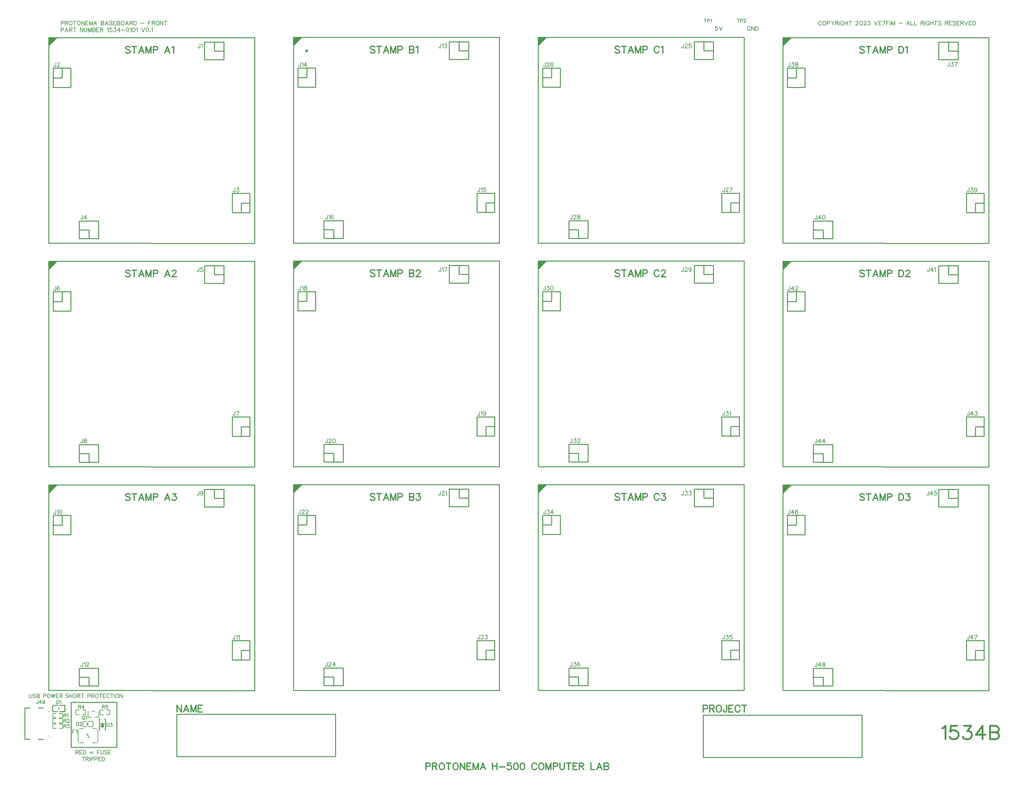
<source format=gto>
G04 Layer: TopSilkscreenLayer*
G04 EasyEDA v6.5.34, 2023-09-12 02:39:20*
G04 e94bc10b37974a2b8ebe6637de124c00,5a6b42c53f6a479593ecc07194224c93,10*
G04 Gerber Generator version 0.2*
G04 Scale: 100 percent, Rotated: No, Reflected: No *
G04 Dimensions in millimeters *
G04 leading zeros omitted , absolute positions ,4 integer and 5 decimal *
%FSLAX45Y45*%
%MOMM*%

%ADD10C,0.2032*%
%ADD11C,0.3000*%
%ADD12C,0.2030*%
%ADD13C,0.1524*%
%ADD14C,0.5000*%
%ADD15C,0.2030*%
%ADD16C,0.2540*%
%ADD17C,0.6350*%
%ADD18C,0.1500*%
%ADD19C,0.1520*%
%ADD20C,0.0172*%

%LPD*%
D10*
X990600Y21419058D02*
G01*
X990600Y21304504D01*
X990600Y21419058D02*
G01*
X1039622Y21419058D01*
X1056131Y21413470D01*
X1061465Y21408136D01*
X1067054Y21397213D01*
X1067054Y21380704D01*
X1061465Y21369781D01*
X1056131Y21364448D01*
X1039622Y21359113D01*
X990600Y21359113D01*
X1102868Y21419058D02*
G01*
X1102868Y21304504D01*
X1102868Y21419058D02*
G01*
X1152143Y21419058D01*
X1168400Y21413470D01*
X1173988Y21408136D01*
X1179322Y21397213D01*
X1179322Y21386292D01*
X1173988Y21375370D01*
X1168400Y21369781D01*
X1152143Y21364448D01*
X1102868Y21364448D01*
X1141222Y21364448D02*
G01*
X1179322Y21304504D01*
X1248156Y21419058D02*
G01*
X1237234Y21413470D01*
X1226311Y21402548D01*
X1220724Y21391626D01*
X1215390Y21375370D01*
X1215390Y21348192D01*
X1220724Y21331681D01*
X1226311Y21320760D01*
X1237234Y21309837D01*
X1248156Y21304504D01*
X1269745Y21304504D01*
X1280668Y21309837D01*
X1291590Y21320760D01*
X1297177Y21331681D01*
X1302511Y21348192D01*
X1302511Y21375370D01*
X1297177Y21391626D01*
X1291590Y21402548D01*
X1280668Y21413470D01*
X1269745Y21419058D01*
X1248156Y21419058D01*
X1376679Y21419058D02*
G01*
X1376679Y21304504D01*
X1338579Y21419058D02*
G01*
X1415034Y21419058D01*
X1483613Y21419058D02*
G01*
X1472691Y21413470D01*
X1461770Y21402548D01*
X1456436Y21391626D01*
X1450847Y21375370D01*
X1450847Y21348192D01*
X1456436Y21331681D01*
X1461770Y21320760D01*
X1472691Y21309837D01*
X1483613Y21304504D01*
X1505458Y21304504D01*
X1516379Y21309837D01*
X1527302Y21320760D01*
X1532890Y21331681D01*
X1538224Y21348192D01*
X1538224Y21375370D01*
X1532890Y21391626D01*
X1527302Y21402548D01*
X1516379Y21413470D01*
X1505458Y21419058D01*
X1483613Y21419058D01*
X1574291Y21419058D02*
G01*
X1574291Y21304504D01*
X1574291Y21419058D02*
G01*
X1650491Y21304504D01*
X1650491Y21419058D02*
G01*
X1650491Y21304504D01*
X1686559Y21419058D02*
G01*
X1686559Y21304504D01*
X1686559Y21419058D02*
G01*
X1757425Y21419058D01*
X1686559Y21364448D02*
G01*
X1730247Y21364448D01*
X1686559Y21304504D02*
G01*
X1757425Y21304504D01*
X1793493Y21419058D02*
G01*
X1793493Y21304504D01*
X1793493Y21419058D02*
G01*
X1837181Y21304504D01*
X1880870Y21419058D02*
G01*
X1837181Y21304504D01*
X1880870Y21419058D02*
G01*
X1880870Y21304504D01*
X1960372Y21419058D02*
G01*
X1916684Y21304504D01*
X1960372Y21419058D02*
G01*
X2004059Y21304504D01*
X1933193Y21342604D02*
G01*
X1987804Y21342604D01*
X2123947Y21419058D02*
G01*
X2123947Y21304504D01*
X2123947Y21419058D02*
G01*
X2173224Y21419058D01*
X2189479Y21413470D01*
X2195068Y21408136D01*
X2200402Y21397213D01*
X2200402Y21386292D01*
X2195068Y21375370D01*
X2189479Y21369781D01*
X2173224Y21364448D01*
X2123947Y21364448D02*
G01*
X2173224Y21364448D01*
X2189479Y21359113D01*
X2195068Y21353526D01*
X2200402Y21342604D01*
X2200402Y21326348D01*
X2195068Y21315426D01*
X2189479Y21309837D01*
X2173224Y21304504D01*
X2123947Y21304504D01*
X2280158Y21419058D02*
G01*
X2236470Y21304504D01*
X2280158Y21419058D02*
G01*
X2323591Y21304504D01*
X2252725Y21342604D02*
G01*
X2307336Y21342604D01*
X2436113Y21402548D02*
G01*
X2425191Y21413470D01*
X2408681Y21419058D01*
X2386838Y21419058D01*
X2370581Y21413470D01*
X2359659Y21402548D01*
X2359659Y21391626D01*
X2365247Y21380704D01*
X2370581Y21375370D01*
X2381504Y21369781D01*
X2414270Y21359113D01*
X2425191Y21353526D01*
X2430525Y21348192D01*
X2436113Y21337270D01*
X2436113Y21320760D01*
X2425191Y21309837D01*
X2408681Y21304504D01*
X2386838Y21304504D01*
X2370581Y21309837D01*
X2359659Y21320760D01*
X2471927Y21419058D02*
G01*
X2471927Y21304504D01*
X2471927Y21419058D02*
G01*
X2543047Y21419058D01*
X2471927Y21364448D02*
G01*
X2515615Y21364448D01*
X2471927Y21304504D02*
G01*
X2543047Y21304504D01*
X2578861Y21419058D02*
G01*
X2578861Y21304504D01*
X2578861Y21419058D02*
G01*
X2628138Y21419058D01*
X2644393Y21413470D01*
X2649981Y21408136D01*
X2655315Y21397213D01*
X2655315Y21386292D01*
X2649981Y21375370D01*
X2644393Y21369781D01*
X2628138Y21364448D01*
X2578861Y21364448D02*
G01*
X2628138Y21364448D01*
X2644393Y21359113D01*
X2649981Y21353526D01*
X2655315Y21342604D01*
X2655315Y21326348D01*
X2649981Y21315426D01*
X2644393Y21309837D01*
X2628138Y21304504D01*
X2578861Y21304504D01*
X2724150Y21419058D02*
G01*
X2713227Y21413470D01*
X2702306Y21402548D01*
X2696718Y21391626D01*
X2691384Y21375370D01*
X2691384Y21348192D01*
X2696718Y21331681D01*
X2702306Y21320760D01*
X2713227Y21309837D01*
X2724150Y21304504D01*
X2745993Y21304504D01*
X2756661Y21309837D01*
X2767584Y21320760D01*
X2773172Y21331681D01*
X2778506Y21348192D01*
X2778506Y21375370D01*
X2773172Y21391626D01*
X2767584Y21402548D01*
X2756661Y21413470D01*
X2745993Y21419058D01*
X2724150Y21419058D01*
X2858261Y21419058D02*
G01*
X2814574Y21304504D01*
X2858261Y21419058D02*
G01*
X2901950Y21304504D01*
X2831084Y21342604D02*
G01*
X2885440Y21342604D01*
X2937763Y21419058D02*
G01*
X2937763Y21304504D01*
X2937763Y21419058D02*
G01*
X2987040Y21419058D01*
X3003295Y21413470D01*
X3008884Y21408136D01*
X3014218Y21397213D01*
X3014218Y21386292D01*
X3008884Y21375370D01*
X3003295Y21369781D01*
X2987040Y21364448D01*
X2937763Y21364448D01*
X2976118Y21364448D02*
G01*
X3014218Y21304504D01*
X3050286Y21419058D02*
G01*
X3050286Y21304504D01*
X3050286Y21419058D02*
G01*
X3088386Y21419058D01*
X3104895Y21413470D01*
X3115563Y21402548D01*
X3121152Y21391626D01*
X3126486Y21375370D01*
X3126486Y21348192D01*
X3121152Y21331681D01*
X3115563Y21320760D01*
X3104895Y21309837D01*
X3088386Y21304504D01*
X3050286Y21304504D01*
X3246627Y21353526D02*
G01*
X3344672Y21353526D01*
X3464813Y21419058D02*
G01*
X3464813Y21304504D01*
X3464813Y21419058D02*
G01*
X3535679Y21419058D01*
X3464813Y21364448D02*
G01*
X3508502Y21364448D01*
X3571747Y21419058D02*
G01*
X3571747Y21304504D01*
X3571747Y21419058D02*
G01*
X3620770Y21419058D01*
X3637025Y21413470D01*
X3642613Y21408136D01*
X3647947Y21397213D01*
X3647947Y21386292D01*
X3642613Y21375370D01*
X3637025Y21369781D01*
X3620770Y21364448D01*
X3571747Y21364448D01*
X3609847Y21364448D02*
G01*
X3647947Y21304504D01*
X3716781Y21419058D02*
G01*
X3705859Y21413470D01*
X3694938Y21402548D01*
X3689604Y21391626D01*
X3684015Y21375370D01*
X3684015Y21348192D01*
X3689604Y21331681D01*
X3694938Y21320760D01*
X3705859Y21309837D01*
X3716781Y21304504D01*
X3738625Y21304504D01*
X3749547Y21309837D01*
X3760470Y21320760D01*
X3765804Y21331681D01*
X3771391Y21348192D01*
X3771391Y21375370D01*
X3765804Y21391626D01*
X3760470Y21402548D01*
X3749547Y21413470D01*
X3738625Y21419058D01*
X3716781Y21419058D01*
X3807206Y21419058D02*
G01*
X3807206Y21304504D01*
X3807206Y21419058D02*
G01*
X3883659Y21304504D01*
X3883659Y21419058D02*
G01*
X3883659Y21304504D01*
X3957827Y21419058D02*
G01*
X3957827Y21304504D01*
X3919727Y21419058D02*
G01*
X3995927Y21419058D01*
X990600Y21228558D02*
G01*
X990600Y21114004D01*
X990600Y21228558D02*
G01*
X1039622Y21228558D01*
X1056131Y21222970D01*
X1061465Y21217636D01*
X1067054Y21206713D01*
X1067054Y21190204D01*
X1061465Y21179281D01*
X1056131Y21173948D01*
X1039622Y21168613D01*
X990600Y21168613D01*
X1146556Y21228558D02*
G01*
X1102868Y21114004D01*
X1146556Y21228558D02*
G01*
X1190243Y21114004D01*
X1119377Y21152104D02*
G01*
X1173988Y21152104D01*
X1226311Y21228558D02*
G01*
X1226311Y21114004D01*
X1226311Y21228558D02*
G01*
X1275334Y21228558D01*
X1291590Y21222970D01*
X1297177Y21217636D01*
X1302511Y21206713D01*
X1302511Y21195792D01*
X1297177Y21184870D01*
X1291590Y21179281D01*
X1275334Y21173948D01*
X1226311Y21173948D01*
X1264411Y21173948D02*
G01*
X1302511Y21114004D01*
X1376679Y21228558D02*
G01*
X1376679Y21114004D01*
X1338579Y21228558D02*
G01*
X1415034Y21228558D01*
X1534922Y21228558D02*
G01*
X1534922Y21114004D01*
X1534922Y21228558D02*
G01*
X1611375Y21114004D01*
X1611375Y21228558D02*
G01*
X1611375Y21114004D01*
X1647443Y21228558D02*
G01*
X1647443Y21146770D01*
X1652777Y21130260D01*
X1663700Y21119337D01*
X1679956Y21114004D01*
X1690877Y21114004D01*
X1707388Y21119337D01*
X1718309Y21130260D01*
X1723643Y21146770D01*
X1723643Y21228558D01*
X1759711Y21228558D02*
G01*
X1759711Y21114004D01*
X1759711Y21228558D02*
G01*
X1803400Y21114004D01*
X1847088Y21228558D02*
G01*
X1803400Y21114004D01*
X1847088Y21228558D02*
G01*
X1847088Y21114004D01*
X1882902Y21228558D02*
G01*
X1882902Y21114004D01*
X1882902Y21228558D02*
G01*
X1932177Y21228558D01*
X1948434Y21222970D01*
X1953768Y21217636D01*
X1959356Y21206713D01*
X1959356Y21195792D01*
X1953768Y21184870D01*
X1948434Y21179281D01*
X1932177Y21173948D01*
X1882902Y21173948D02*
G01*
X1932177Y21173948D01*
X1948434Y21168613D01*
X1953768Y21163026D01*
X1959356Y21152104D01*
X1959356Y21135848D01*
X1953768Y21124926D01*
X1948434Y21119337D01*
X1932177Y21114004D01*
X1882902Y21114004D01*
X1995424Y21228558D02*
G01*
X1995424Y21114004D01*
X1995424Y21228558D02*
G01*
X2066290Y21228558D01*
X1995424Y21173948D02*
G01*
X2038858Y21173948D01*
X1995424Y21114004D02*
G01*
X2066290Y21114004D01*
X2102358Y21228558D02*
G01*
X2102358Y21114004D01*
X2102358Y21228558D02*
G01*
X2151379Y21228558D01*
X2167636Y21222970D01*
X2173224Y21217636D01*
X2178558Y21206713D01*
X2178558Y21195792D01*
X2173224Y21184870D01*
X2167636Y21179281D01*
X2151379Y21173948D01*
X2102358Y21173948D01*
X2140458Y21173948D02*
G01*
X2178558Y21114004D01*
X2298700Y21206713D02*
G01*
X2309622Y21212048D01*
X2325877Y21228558D01*
X2325877Y21114004D01*
X2427224Y21228558D02*
G01*
X2372868Y21228558D01*
X2367279Y21179281D01*
X2372868Y21184870D01*
X2389124Y21190204D01*
X2405379Y21190204D01*
X2421890Y21184870D01*
X2432811Y21173948D01*
X2438145Y21157692D01*
X2438145Y21146770D01*
X2432811Y21130260D01*
X2421890Y21119337D01*
X2405379Y21114004D01*
X2389124Y21114004D01*
X2372868Y21119337D01*
X2367279Y21124926D01*
X2361945Y21135848D01*
X2485136Y21228558D02*
G01*
X2545079Y21228558D01*
X2512313Y21184870D01*
X2528824Y21184870D01*
X2539745Y21179281D01*
X2545079Y21173948D01*
X2550668Y21157692D01*
X2550668Y21146770D01*
X2545079Y21130260D01*
X2534158Y21119337D01*
X2517902Y21114004D01*
X2501391Y21114004D01*
X2485136Y21119337D01*
X2479802Y21124926D01*
X2474213Y21135848D01*
X2641091Y21228558D02*
G01*
X2586481Y21152104D01*
X2668524Y21152104D01*
X2641091Y21228558D02*
G01*
X2641091Y21114004D01*
X2704338Y21163026D02*
G01*
X2802636Y21163026D01*
X2871215Y21228558D02*
G01*
X2854959Y21222970D01*
X2844038Y21206713D01*
X2838704Y21179281D01*
X2838704Y21163026D01*
X2844038Y21135848D01*
X2854959Y21119337D01*
X2871215Y21114004D01*
X2882138Y21114004D01*
X2898647Y21119337D01*
X2909570Y21135848D01*
X2914904Y21163026D01*
X2914904Y21179281D01*
X2909570Y21206713D01*
X2898647Y21222970D01*
X2882138Y21228558D01*
X2871215Y21228558D01*
X2950972Y21206713D02*
G01*
X2961893Y21212048D01*
X2978150Y21228558D01*
X2978150Y21114004D01*
X3046984Y21228558D02*
G01*
X3030474Y21222970D01*
X3019806Y21206713D01*
X3014218Y21179281D01*
X3014218Y21163026D01*
X3019806Y21135848D01*
X3030474Y21119337D01*
X3046984Y21114004D01*
X3057906Y21114004D01*
X3074161Y21119337D01*
X3085084Y21135848D01*
X3090672Y21163026D01*
X3090672Y21179281D01*
X3085084Y21206713D01*
X3074161Y21222970D01*
X3057906Y21228558D01*
X3046984Y21228558D01*
X3126486Y21206713D02*
G01*
X3137408Y21212048D01*
X3153918Y21228558D01*
X3153918Y21114004D01*
X3273806Y21228558D02*
G01*
X3317493Y21114004D01*
X3361181Y21228558D02*
G01*
X3317493Y21114004D01*
X3429761Y21228558D02*
G01*
X3413506Y21222970D01*
X3402584Y21206713D01*
X3397250Y21179281D01*
X3397250Y21163026D01*
X3402584Y21135848D01*
X3413506Y21119337D01*
X3429761Y21114004D01*
X3440684Y21114004D01*
X3457193Y21119337D01*
X3468115Y21135848D01*
X3473450Y21163026D01*
X3473450Y21179281D01*
X3468115Y21206713D01*
X3457193Y21222970D01*
X3440684Y21228558D01*
X3429761Y21228558D01*
X3514852Y21141181D02*
G01*
X3509518Y21135848D01*
X3514852Y21130260D01*
X3520440Y21135848D01*
X3514852Y21141181D01*
X3556508Y21206713D02*
G01*
X3567429Y21212048D01*
X3583686Y21228558D01*
X3583686Y21114004D01*
D11*
X2946654Y20672298D02*
G01*
X2928365Y20690586D01*
X2901188Y20699729D01*
X2864865Y20699729D01*
X2837688Y20690586D01*
X2819400Y20672298D01*
X2819400Y20654263D01*
X2828543Y20635976D01*
X2837688Y20626831D01*
X2855722Y20617687D01*
X2910331Y20599654D01*
X2928365Y20590510D01*
X2937509Y20581366D01*
X2946654Y20563331D01*
X2946654Y20535900D01*
X2928365Y20517866D01*
X2901188Y20508721D01*
X2864865Y20508721D01*
X2837688Y20517866D01*
X2819400Y20535900D01*
X3070352Y20699729D02*
G01*
X3070352Y20508721D01*
X3006597Y20699729D02*
G01*
X3133852Y20699729D01*
X3266693Y20699729D02*
G01*
X3194050Y20508721D01*
X3266693Y20699729D02*
G01*
X3339338Y20508721D01*
X3221227Y20572221D02*
G01*
X3312159Y20572221D01*
X3399281Y20699729D02*
G01*
X3399281Y20508721D01*
X3399281Y20699729D02*
G01*
X3472179Y20508721D01*
X3544824Y20699729D02*
G01*
X3472179Y20508721D01*
X3544824Y20699729D02*
G01*
X3544824Y20508721D01*
X3604768Y20699729D02*
G01*
X3604768Y20508721D01*
X3604768Y20699729D02*
G01*
X3686556Y20699729D01*
X3713988Y20690586D01*
X3723131Y20681442D01*
X3732022Y20663154D01*
X3732022Y20635976D01*
X3723131Y20617687D01*
X3713988Y20608798D01*
X3686556Y20599654D01*
X3604768Y20599654D01*
X4004818Y20699729D02*
G01*
X3932174Y20508721D01*
X4004818Y20699729D02*
G01*
X4077461Y20508721D01*
X3959352Y20572221D02*
G01*
X4050284Y20572221D01*
X4137659Y20663154D02*
G01*
X4155693Y20672298D01*
X4183125Y20699729D01*
X4183125Y20508721D01*
X4279900Y1992629D02*
G01*
X4279900Y1801621D01*
X4279900Y1992629D02*
G01*
X4407154Y1801621D01*
X4407154Y1992629D02*
G01*
X4407154Y1801621D01*
X4539995Y1992629D02*
G01*
X4467097Y1801621D01*
X4539995Y1992629D02*
G01*
X4612640Y1801621D01*
X4494529Y1865121D02*
G01*
X4585461Y1865121D01*
X4672584Y1992629D02*
G01*
X4672584Y1801621D01*
X4672584Y1992629D02*
G01*
X4745227Y1801621D01*
X4818125Y1992629D02*
G01*
X4745227Y1801621D01*
X4818125Y1992629D02*
G01*
X4818125Y1801621D01*
X4878070Y1992629D02*
G01*
X4878070Y1801621D01*
X4878070Y1992629D02*
G01*
X4996179Y1992629D01*
X4878070Y1901697D02*
G01*
X4950713Y1901697D01*
X4878070Y1801621D02*
G01*
X4996179Y1801621D01*
X19202400Y1992629D02*
G01*
X19202400Y1801621D01*
X19202400Y1992629D02*
G01*
X19284188Y1992629D01*
X19311366Y1983486D01*
X19320509Y1974342D01*
X19329654Y1956054D01*
X19329654Y1928876D01*
X19320509Y1910587D01*
X19311366Y1901697D01*
X19284188Y1892554D01*
X19202400Y1892554D01*
X19389598Y1992629D02*
G01*
X19389598Y1801621D01*
X19389598Y1992629D02*
G01*
X19471386Y1992629D01*
X19498818Y1983486D01*
X19507961Y1974342D01*
X19516852Y1956054D01*
X19516852Y1938020D01*
X19507961Y1919731D01*
X19498818Y1910587D01*
X19471386Y1901697D01*
X19389598Y1901697D01*
X19453352Y1901697D02*
G01*
X19516852Y1801621D01*
X19631406Y1992629D02*
G01*
X19613372Y1983486D01*
X19595084Y1965197D01*
X19585940Y1947163D01*
X19577050Y1919731D01*
X19577050Y1874265D01*
X19585940Y1847087D01*
X19595084Y1828800D01*
X19613372Y1810765D01*
X19631406Y1801621D01*
X19667727Y1801621D01*
X19686016Y1810765D01*
X19704304Y1828800D01*
X19713193Y1847087D01*
X19722338Y1874265D01*
X19722338Y1919731D01*
X19713193Y1947163D01*
X19704304Y1965197D01*
X19686016Y1983486D01*
X19667727Y1992629D01*
X19631406Y1992629D01*
X19873213Y1992629D02*
G01*
X19873213Y1847087D01*
X19864324Y1819910D01*
X19855179Y1810765D01*
X19836891Y1801621D01*
X19818858Y1801621D01*
X19800570Y1810765D01*
X19791425Y1819910D01*
X19782281Y1847087D01*
X19782281Y1865121D01*
X19933411Y1992629D02*
G01*
X19933411Y1801621D01*
X19933411Y1992629D02*
G01*
X20051522Y1992629D01*
X19933411Y1901697D02*
G01*
X20006056Y1901697D01*
X19933411Y1801621D02*
G01*
X20051522Y1801621D01*
X20247863Y1947163D02*
G01*
X20238720Y1965197D01*
X20220686Y1983486D01*
X20202398Y1992629D01*
X20166075Y1992629D01*
X20147788Y1983486D01*
X20129754Y1965197D01*
X20120609Y1947163D01*
X20111466Y1919731D01*
X20111466Y1874265D01*
X20120609Y1847087D01*
X20129754Y1828800D01*
X20147788Y1810765D01*
X20166075Y1801621D01*
X20202398Y1801621D01*
X20220686Y1810765D01*
X20238720Y1828800D01*
X20247863Y1847087D01*
X20371561Y1992629D02*
G01*
X20371561Y1801621D01*
X20307808Y1992629D02*
G01*
X20435061Y1992629D01*
D12*
X22560788Y21391626D02*
G01*
X22555454Y21402548D01*
X22544531Y21413470D01*
X22533609Y21419058D01*
X22511766Y21419058D01*
X22500843Y21413470D01*
X22489922Y21402548D01*
X22484334Y21391626D01*
X22479000Y21375370D01*
X22479000Y21348192D01*
X22484334Y21331681D01*
X22489922Y21320760D01*
X22500843Y21309837D01*
X22511766Y21304504D01*
X22533609Y21304504D01*
X22544531Y21309837D01*
X22555454Y21320760D01*
X22560788Y21331681D01*
X22629622Y21419058D02*
G01*
X22618700Y21413470D01*
X22607777Y21402548D01*
X22602190Y21391626D01*
X22596856Y21375370D01*
X22596856Y21348192D01*
X22602190Y21331681D01*
X22607777Y21320760D01*
X22618700Y21309837D01*
X22629622Y21304504D01*
X22651466Y21304504D01*
X22662388Y21309837D01*
X22673056Y21320760D01*
X22678643Y21331681D01*
X22683977Y21348192D01*
X22683977Y21375370D01*
X22678643Y21391626D01*
X22673056Y21402548D01*
X22662388Y21413470D01*
X22651466Y21419058D01*
X22629622Y21419058D01*
X22720045Y21419058D02*
G01*
X22720045Y21304504D01*
X22720045Y21419058D02*
G01*
X22769068Y21419058D01*
X22785577Y21413470D01*
X22790911Y21408136D01*
X22796500Y21397213D01*
X22796500Y21380704D01*
X22790911Y21369781D01*
X22785577Y21364448D01*
X22769068Y21359113D01*
X22720045Y21359113D01*
X22832568Y21419058D02*
G01*
X22876002Y21364448D01*
X22876002Y21304504D01*
X22919690Y21419058D02*
G01*
X22876002Y21364448D01*
X22955758Y21419058D02*
G01*
X22955758Y21304504D01*
X22955758Y21419058D02*
G01*
X23004779Y21419058D01*
X23021290Y21413470D01*
X23026624Y21408136D01*
X23032211Y21397213D01*
X23032211Y21386292D01*
X23026624Y21375370D01*
X23021290Y21369781D01*
X23004779Y21364448D01*
X22955758Y21364448D01*
X22993858Y21364448D02*
G01*
X23032211Y21304504D01*
X23068025Y21419058D02*
G01*
X23068025Y21304504D01*
X23185881Y21391626D02*
G01*
X23180548Y21402548D01*
X23169625Y21413470D01*
X23158704Y21419058D01*
X23136859Y21419058D01*
X23125938Y21413470D01*
X23115016Y21402548D01*
X23109427Y21391626D01*
X23104093Y21375370D01*
X23104093Y21348192D01*
X23109427Y21331681D01*
X23115016Y21320760D01*
X23125938Y21309837D01*
X23136859Y21304504D01*
X23158704Y21304504D01*
X23169625Y21309837D01*
X23180548Y21320760D01*
X23185881Y21331681D01*
X23185881Y21348192D01*
X23158704Y21348192D02*
G01*
X23185881Y21348192D01*
X23221950Y21419058D02*
G01*
X23221950Y21304504D01*
X23298150Y21419058D02*
G01*
X23298150Y21304504D01*
X23221950Y21364448D02*
G01*
X23298150Y21364448D01*
X23372572Y21419058D02*
G01*
X23372572Y21304504D01*
X23334218Y21419058D02*
G01*
X23410672Y21419058D01*
X23536148Y21391626D02*
G01*
X23536148Y21397213D01*
X23541481Y21408136D01*
X23547070Y21413470D01*
X23557991Y21419058D01*
X23579836Y21419058D01*
X23590758Y21413470D01*
X23596091Y21408136D01*
X23601425Y21397213D01*
X23601425Y21386292D01*
X23596091Y21375370D01*
X23585170Y21359113D01*
X23530559Y21304504D01*
X23607013Y21304504D01*
X23675848Y21419058D02*
G01*
X23659338Y21413470D01*
X23648416Y21397213D01*
X23643081Y21369781D01*
X23643081Y21353526D01*
X23648416Y21326348D01*
X23659338Y21309837D01*
X23675848Y21304504D01*
X23686516Y21304504D01*
X23703025Y21309837D01*
X23713948Y21326348D01*
X23719281Y21353526D01*
X23719281Y21369781D01*
X23713948Y21397213D01*
X23703025Y21413470D01*
X23686516Y21419058D01*
X23675848Y21419058D01*
X23760938Y21391626D02*
G01*
X23760938Y21397213D01*
X23766272Y21408136D01*
X23771606Y21413470D01*
X23782527Y21419058D01*
X23804372Y21419058D01*
X23815293Y21413470D01*
X23820881Y21408136D01*
X23826216Y21397213D01*
X23826216Y21386292D01*
X23820881Y21375370D01*
X23809959Y21359113D01*
X23755350Y21304504D01*
X23831804Y21304504D01*
X23878540Y21419058D02*
G01*
X23938738Y21419058D01*
X23905972Y21375370D01*
X23922227Y21375370D01*
X23933150Y21369781D01*
X23938738Y21364448D01*
X23944072Y21348192D01*
X23944072Y21337270D01*
X23938738Y21320760D01*
X23927816Y21309837D01*
X23911306Y21304504D01*
X23895050Y21304504D01*
X23878540Y21309837D01*
X23873206Y21315426D01*
X23867618Y21326348D01*
X24064213Y21419058D02*
G01*
X24107648Y21304504D01*
X24151336Y21419058D02*
G01*
X24107648Y21304504D01*
X24187404Y21419058D02*
G01*
X24187404Y21304504D01*
X24187404Y21419058D02*
G01*
X24258270Y21419058D01*
X24187404Y21364448D02*
G01*
X24231091Y21364448D01*
X24187404Y21304504D02*
G01*
X24258270Y21304504D01*
X24370538Y21419058D02*
G01*
X24316181Y21304504D01*
X24294338Y21419058D02*
G01*
X24370538Y21419058D01*
X24406606Y21419058D02*
G01*
X24406606Y21304504D01*
X24406606Y21419058D02*
G01*
X24477472Y21419058D01*
X24406606Y21364448D02*
G01*
X24450293Y21364448D01*
X24513540Y21419058D02*
G01*
X24513540Y21304504D01*
X24549608Y21419058D02*
G01*
X24549608Y21304504D01*
X24549608Y21419058D02*
G01*
X24593295Y21304504D01*
X24636729Y21419058D02*
G01*
X24593295Y21304504D01*
X24636729Y21419058D02*
G01*
X24636729Y21304504D01*
X24756872Y21353526D02*
G01*
X24854916Y21353526D01*
X25018745Y21419058D02*
G01*
X24975058Y21304504D01*
X25018745Y21419058D02*
G01*
X25062179Y21304504D01*
X24991313Y21342604D02*
G01*
X25045924Y21342604D01*
X25098248Y21419058D02*
G01*
X25098248Y21304504D01*
X25098248Y21304504D02*
G01*
X25163779Y21304504D01*
X25199848Y21419058D02*
G01*
X25199848Y21304504D01*
X25199848Y21304504D02*
G01*
X25265125Y21304504D01*
X25385268Y21419058D02*
G01*
X25385268Y21304504D01*
X25385268Y21419058D02*
G01*
X25434290Y21419058D01*
X25450545Y21413470D01*
X25456134Y21408136D01*
X25461468Y21397213D01*
X25461468Y21386292D01*
X25456134Y21375370D01*
X25450545Y21369781D01*
X25434290Y21364448D01*
X25385268Y21364448D01*
X25423368Y21364448D02*
G01*
X25461468Y21304504D01*
X25497536Y21419058D02*
G01*
X25497536Y21304504D01*
X25615391Y21391626D02*
G01*
X25609804Y21402548D01*
X25598881Y21413470D01*
X25587959Y21419058D01*
X25566370Y21419058D01*
X25555448Y21413470D01*
X25544525Y21402548D01*
X25538938Y21391626D01*
X25533604Y21375370D01*
X25533604Y21348192D01*
X25538938Y21331681D01*
X25544525Y21320760D01*
X25555448Y21309837D01*
X25566370Y21304504D01*
X25587959Y21304504D01*
X25598881Y21309837D01*
X25609804Y21320760D01*
X25615391Y21331681D01*
X25615391Y21348192D01*
X25587959Y21348192D02*
G01*
X25615391Y21348192D01*
X25651459Y21419058D02*
G01*
X25651459Y21304504D01*
X25727659Y21419058D02*
G01*
X25727659Y21304504D01*
X25651459Y21364448D02*
G01*
X25727659Y21364448D01*
X25801827Y21419058D02*
G01*
X25801827Y21304504D01*
X25763727Y21419058D02*
G01*
X25840181Y21419058D01*
X25952450Y21402548D02*
G01*
X25941527Y21413470D01*
X25925272Y21419058D01*
X25903427Y21419058D01*
X25886918Y21413470D01*
X25875995Y21402548D01*
X25875995Y21391626D01*
X25881584Y21380704D01*
X25886918Y21375370D01*
X25897840Y21369781D01*
X25930606Y21359113D01*
X25941527Y21353526D01*
X25947116Y21348192D01*
X25952450Y21337270D01*
X25952450Y21320760D01*
X25941527Y21309837D01*
X25925272Y21304504D01*
X25903427Y21304504D01*
X25886918Y21309837D01*
X25875995Y21320760D01*
X26072338Y21419058D02*
G01*
X26072338Y21304504D01*
X26072338Y21419058D02*
G01*
X26121613Y21419058D01*
X26137870Y21413470D01*
X26143458Y21408136D01*
X26148791Y21397213D01*
X26148791Y21386292D01*
X26143458Y21375370D01*
X26137870Y21369781D01*
X26121613Y21364448D01*
X26072338Y21364448D01*
X26110691Y21364448D02*
G01*
X26148791Y21304504D01*
X26184859Y21419058D02*
G01*
X26184859Y21304504D01*
X26184859Y21419058D02*
G01*
X26255725Y21419058D01*
X26184859Y21364448D02*
G01*
X26228548Y21364448D01*
X26184859Y21304504D02*
G01*
X26255725Y21304504D01*
X26367993Y21402548D02*
G01*
X26357072Y21413470D01*
X26340815Y21419058D01*
X26318972Y21419058D01*
X26302715Y21413470D01*
X26291793Y21402548D01*
X26291793Y21391626D01*
X26297127Y21380704D01*
X26302715Y21375370D01*
X26313638Y21369781D01*
X26346150Y21359113D01*
X26357072Y21353526D01*
X26362659Y21348192D01*
X26367993Y21337270D01*
X26367993Y21320760D01*
X26357072Y21309837D01*
X26340815Y21304504D01*
X26318972Y21304504D01*
X26302715Y21309837D01*
X26291793Y21320760D01*
X26404061Y21419058D02*
G01*
X26404061Y21304504D01*
X26404061Y21419058D02*
G01*
X26474927Y21419058D01*
X26404061Y21364448D02*
G01*
X26447750Y21364448D01*
X26404061Y21304504D02*
G01*
X26474927Y21304504D01*
X26510995Y21419058D02*
G01*
X26510995Y21304504D01*
X26510995Y21419058D02*
G01*
X26560018Y21419058D01*
X26576527Y21413470D01*
X26581861Y21408136D01*
X26587450Y21397213D01*
X26587450Y21386292D01*
X26581861Y21375370D01*
X26576527Y21369781D01*
X26560018Y21364448D01*
X26510995Y21364448D01*
X26549095Y21364448D02*
G01*
X26587450Y21304504D01*
X26623263Y21419058D02*
G01*
X26666952Y21304504D01*
X26710640Y21419058D02*
G01*
X26666952Y21304504D01*
X26746708Y21419058D02*
G01*
X26746708Y21304504D01*
X26746708Y21419058D02*
G01*
X26817574Y21419058D01*
X26746708Y21364448D02*
G01*
X26790141Y21364448D01*
X26746708Y21304504D02*
G01*
X26817574Y21304504D01*
X26853641Y21419058D02*
G01*
X26853641Y21304504D01*
X26853641Y21419058D02*
G01*
X26891741Y21419058D01*
X26907998Y21413470D01*
X26918920Y21402548D01*
X26924508Y21391626D01*
X26929841Y21375370D01*
X26929841Y21348192D01*
X26924508Y21331681D01*
X26918920Y21320760D01*
X26907998Y21309837D01*
X26891741Y21304504D01*
X26853641Y21304504D01*
D11*
X2946654Y14322297D02*
G01*
X2928365Y14340586D01*
X2901188Y14349729D01*
X2864865Y14349729D01*
X2837688Y14340586D01*
X2819400Y14322297D01*
X2819400Y14304263D01*
X2828543Y14285976D01*
X2837688Y14276831D01*
X2855722Y14267687D01*
X2910331Y14249654D01*
X2928365Y14240510D01*
X2937509Y14231366D01*
X2946654Y14213331D01*
X2946654Y14185900D01*
X2928365Y14167866D01*
X2901188Y14158721D01*
X2864865Y14158721D01*
X2837688Y14167866D01*
X2819400Y14185900D01*
X3070352Y14349729D02*
G01*
X3070352Y14158721D01*
X3006597Y14349729D02*
G01*
X3133852Y14349729D01*
X3266693Y14349729D02*
G01*
X3194050Y14158721D01*
X3266693Y14349729D02*
G01*
X3339338Y14158721D01*
X3221227Y14222221D02*
G01*
X3312159Y14222221D01*
X3399281Y14349729D02*
G01*
X3399281Y14158721D01*
X3399281Y14349729D02*
G01*
X3472179Y14158721D01*
X3544824Y14349729D02*
G01*
X3472179Y14158721D01*
X3544824Y14349729D02*
G01*
X3544824Y14158721D01*
X3604768Y14349729D02*
G01*
X3604768Y14158721D01*
X3604768Y14349729D02*
G01*
X3686556Y14349729D01*
X3713988Y14340586D01*
X3723131Y14331442D01*
X3732022Y14313154D01*
X3732022Y14285976D01*
X3723131Y14267687D01*
X3713988Y14258797D01*
X3686556Y14249654D01*
X3604768Y14249654D01*
X4004818Y14349729D02*
G01*
X3932174Y14158721D01*
X4004818Y14349729D02*
G01*
X4077461Y14158721D01*
X3959352Y14222221D02*
G01*
X4050284Y14222221D01*
X4146550Y14304263D02*
G01*
X4146550Y14313154D01*
X4155693Y14331442D01*
X4164838Y14340586D01*
X4183125Y14349729D01*
X4219447Y14349729D01*
X4237481Y14340586D01*
X4246625Y14331442D01*
X4255770Y14313154D01*
X4255770Y14295120D01*
X4246625Y14276831D01*
X4228591Y14249654D01*
X4137659Y14158721D01*
X4264913Y14158721D01*
X2946654Y7972297D02*
G01*
X2928365Y7990586D01*
X2901188Y7999729D01*
X2864865Y7999729D01*
X2837688Y7990586D01*
X2819400Y7972297D01*
X2819400Y7954263D01*
X2828543Y7935976D01*
X2837688Y7926831D01*
X2855722Y7917687D01*
X2910331Y7899654D01*
X2928365Y7890510D01*
X2937509Y7881365D01*
X2946654Y7863331D01*
X2946654Y7835900D01*
X2928365Y7817865D01*
X2901188Y7808721D01*
X2864865Y7808721D01*
X2837688Y7817865D01*
X2819400Y7835900D01*
X3070352Y7999729D02*
G01*
X3070352Y7808721D01*
X3006597Y7999729D02*
G01*
X3133852Y7999729D01*
X3266693Y7999729D02*
G01*
X3194050Y7808721D01*
X3266693Y7999729D02*
G01*
X3339338Y7808721D01*
X3221227Y7872221D02*
G01*
X3312159Y7872221D01*
X3399281Y7999729D02*
G01*
X3399281Y7808721D01*
X3399281Y7999729D02*
G01*
X3472179Y7808721D01*
X3544824Y7999729D02*
G01*
X3472179Y7808721D01*
X3544824Y7999729D02*
G01*
X3544824Y7808721D01*
X3604768Y7999729D02*
G01*
X3604768Y7808721D01*
X3604768Y7999729D02*
G01*
X3686556Y7999729D01*
X3713988Y7990586D01*
X3723131Y7981442D01*
X3732022Y7963154D01*
X3732022Y7935976D01*
X3723131Y7917687D01*
X3713988Y7908797D01*
X3686556Y7899654D01*
X3604768Y7899654D01*
X4004818Y7999729D02*
G01*
X3932174Y7808721D01*
X4004818Y7999729D02*
G01*
X4077461Y7808721D01*
X3959352Y7872221D02*
G01*
X4050284Y7872221D01*
X4155693Y7999729D02*
G01*
X4255770Y7999729D01*
X4201159Y7926831D01*
X4228591Y7926831D01*
X4246625Y7917687D01*
X4255770Y7908797D01*
X4264913Y7881365D01*
X4264913Y7863331D01*
X4255770Y7835900D01*
X4237481Y7817865D01*
X4210304Y7808721D01*
X4183125Y7808721D01*
X4155693Y7817865D01*
X4146550Y7827010D01*
X4137659Y7845044D01*
X9888727Y7977378D02*
G01*
X9870440Y7995665D01*
X9843261Y8004810D01*
X9806940Y8004810D01*
X9779508Y7995665D01*
X9761474Y7977378D01*
X9761474Y7959344D01*
X9770363Y7941055D01*
X9779508Y7931912D01*
X9797795Y7923021D01*
X9852406Y7904734D01*
X9870440Y7895589D01*
X9879584Y7886445D01*
X9888727Y7868412D01*
X9888727Y7840979D01*
X9870440Y7822945D01*
X9843261Y7813802D01*
X9806940Y7813802D01*
X9779508Y7822945D01*
X9761474Y7840979D01*
X10012425Y8004810D02*
G01*
X10012425Y7813802D01*
X9948672Y8004810D02*
G01*
X10075925Y8004810D01*
X10208768Y8004810D02*
G01*
X10135870Y7813802D01*
X10208768Y8004810D02*
G01*
X10281411Y7813802D01*
X10163302Y7877555D02*
G01*
X10254234Y7877555D01*
X10341356Y8004810D02*
G01*
X10341356Y7813802D01*
X10341356Y8004810D02*
G01*
X10414000Y7813802D01*
X10486897Y8004810D02*
G01*
X10414000Y7813802D01*
X10486897Y8004810D02*
G01*
X10486897Y7813802D01*
X10546841Y8004810D02*
G01*
X10546841Y7813802D01*
X10546841Y8004810D02*
G01*
X10628629Y8004810D01*
X10656061Y7995665D01*
X10664952Y7986521D01*
X10674095Y7968234D01*
X10674095Y7941055D01*
X10664952Y7923021D01*
X10656061Y7913878D01*
X10628629Y7904734D01*
X10546841Y7904734D01*
X10874247Y8004810D02*
G01*
X10874247Y7813802D01*
X10874247Y8004810D02*
G01*
X10956036Y8004810D01*
X10983213Y7995665D01*
X10992358Y7986521D01*
X11001502Y7968234D01*
X11001502Y7950200D01*
X10992358Y7931912D01*
X10983213Y7923021D01*
X10956036Y7913878D01*
X10874247Y7913878D02*
G01*
X10956036Y7913878D01*
X10983213Y7904734D01*
X10992358Y7895589D01*
X11001502Y7877555D01*
X11001502Y7850123D01*
X10992358Y7832089D01*
X10983213Y7822945D01*
X10956036Y7813802D01*
X10874247Y7813802D01*
X11079479Y8004810D02*
G01*
X11179556Y8004810D01*
X11124945Y7931912D01*
X11152377Y7931912D01*
X11170411Y7923021D01*
X11179556Y7913878D01*
X11188700Y7886445D01*
X11188700Y7868412D01*
X11179556Y7840979D01*
X11161268Y7822945D01*
X11134090Y7813802D01*
X11106911Y7813802D01*
X11079479Y7822945D01*
X11070590Y7832089D01*
X11061445Y7850123D01*
X16832864Y7977378D02*
G01*
X16814576Y7995665D01*
X16787398Y8004810D01*
X16751076Y8004810D01*
X16723644Y7995665D01*
X16705610Y7977378D01*
X16705610Y7959344D01*
X16714500Y7941055D01*
X16723644Y7931912D01*
X16741932Y7923021D01*
X16796542Y7904734D01*
X16814576Y7895589D01*
X16823720Y7886445D01*
X16832864Y7868412D01*
X16832864Y7840979D01*
X16814576Y7822945D01*
X16787398Y7813802D01*
X16751076Y7813802D01*
X16723644Y7822945D01*
X16705610Y7840979D01*
X16956308Y8004810D02*
G01*
X16956308Y7813802D01*
X16892808Y8004810D02*
G01*
X17020062Y8004810D01*
X17152904Y8004810D02*
G01*
X17080006Y7813802D01*
X17152904Y8004810D02*
G01*
X17225548Y7813802D01*
X17107438Y7877555D02*
G01*
X17198116Y7877555D01*
X17285492Y8004810D02*
G01*
X17285492Y7813802D01*
X17285492Y8004810D02*
G01*
X17358136Y7813802D01*
X17431034Y8004810D02*
G01*
X17358136Y7813802D01*
X17431034Y8004810D02*
G01*
X17431034Y7813802D01*
X17490978Y8004810D02*
G01*
X17490978Y7813802D01*
X17490978Y8004810D02*
G01*
X17572766Y8004810D01*
X17599944Y7995665D01*
X17609088Y7986521D01*
X17618232Y7968234D01*
X17618232Y7941055D01*
X17609088Y7923021D01*
X17599944Y7913878D01*
X17572766Y7904734D01*
X17490978Y7904734D01*
X17954528Y7959344D02*
G01*
X17945384Y7977378D01*
X17927350Y7995665D01*
X17909062Y8004810D01*
X17872740Y8004810D01*
X17854706Y7995665D01*
X17836418Y7977378D01*
X17827274Y7959344D01*
X17818130Y7931912D01*
X17818130Y7886445D01*
X17827274Y7859268D01*
X17836418Y7840979D01*
X17854706Y7822945D01*
X17872740Y7813802D01*
X17909062Y7813802D01*
X17927350Y7822945D01*
X17945384Y7840979D01*
X17954528Y7859268D01*
X18032760Y8004810D02*
G01*
X18132836Y8004810D01*
X18078226Y7931912D01*
X18105404Y7931912D01*
X18123692Y7923021D01*
X18132836Y7913878D01*
X18141980Y7886445D01*
X18141980Y7868412D01*
X18132836Y7840979D01*
X18114548Y7822945D01*
X18087370Y7813802D01*
X18059938Y7813802D01*
X18032760Y7822945D01*
X18023616Y7832089D01*
X18014472Y7850123D01*
X23774654Y7972297D02*
G01*
X23756366Y7990586D01*
X23729188Y7999729D01*
X23692866Y7999729D01*
X23665688Y7990586D01*
X23647400Y7972297D01*
X23647400Y7954263D01*
X23656543Y7935976D01*
X23665688Y7926831D01*
X23683722Y7917687D01*
X23738331Y7899654D01*
X23756366Y7890510D01*
X23765509Y7881365D01*
X23774654Y7863331D01*
X23774654Y7835900D01*
X23756366Y7817865D01*
X23729188Y7808721D01*
X23692866Y7808721D01*
X23665688Y7817865D01*
X23647400Y7835900D01*
X23898352Y7999729D02*
G01*
X23898352Y7808721D01*
X23834598Y7999729D02*
G01*
X23961852Y7999729D01*
X24094693Y7999729D02*
G01*
X24022050Y7808721D01*
X24094693Y7999729D02*
G01*
X24167338Y7808721D01*
X24049227Y7872221D02*
G01*
X24140159Y7872221D01*
X24227281Y7999729D02*
G01*
X24227281Y7808721D01*
X24227281Y7999729D02*
G01*
X24300179Y7808721D01*
X24372824Y7999729D02*
G01*
X24300179Y7808721D01*
X24372824Y7999729D02*
G01*
X24372824Y7808721D01*
X24432768Y7999729D02*
G01*
X24432768Y7808721D01*
X24432768Y7999729D02*
G01*
X24514556Y7999729D01*
X24541988Y7990586D01*
X24551131Y7981442D01*
X24560022Y7963154D01*
X24560022Y7935976D01*
X24551131Y7917687D01*
X24541988Y7908797D01*
X24514556Y7899654D01*
X24432768Y7899654D01*
X24760174Y7999729D02*
G01*
X24760174Y7808721D01*
X24760174Y7999729D02*
G01*
X24823674Y7999729D01*
X24851106Y7990586D01*
X24869140Y7972297D01*
X24878284Y7954263D01*
X24887427Y7926831D01*
X24887427Y7881365D01*
X24878284Y7854187D01*
X24869140Y7835900D01*
X24851106Y7817865D01*
X24823674Y7808721D01*
X24760174Y7808721D01*
X24965659Y7999729D02*
G01*
X25065481Y7999729D01*
X25011125Y7926831D01*
X25038304Y7926831D01*
X25056591Y7917687D01*
X25065481Y7908797D01*
X25074625Y7881365D01*
X25074625Y7863331D01*
X25065481Y7835900D01*
X25047448Y7817865D01*
X25020016Y7808721D01*
X24992838Y7808721D01*
X24965659Y7817865D01*
X24956516Y7827010D01*
X24947372Y7845044D01*
X23774654Y14322297D02*
G01*
X23756366Y14340586D01*
X23729188Y14349729D01*
X23692866Y14349729D01*
X23665688Y14340586D01*
X23647400Y14322297D01*
X23647400Y14304263D01*
X23656543Y14285976D01*
X23665688Y14276831D01*
X23683722Y14267687D01*
X23738331Y14249654D01*
X23756366Y14240510D01*
X23765509Y14231366D01*
X23774654Y14213331D01*
X23774654Y14185900D01*
X23756366Y14167866D01*
X23729188Y14158721D01*
X23692866Y14158721D01*
X23665688Y14167866D01*
X23647400Y14185900D01*
X23898352Y14349729D02*
G01*
X23898352Y14158721D01*
X23834598Y14349729D02*
G01*
X23961852Y14349729D01*
X24094693Y14349729D02*
G01*
X24022050Y14158721D01*
X24094693Y14349729D02*
G01*
X24167338Y14158721D01*
X24049227Y14222221D02*
G01*
X24140159Y14222221D01*
X24227281Y14349729D02*
G01*
X24227281Y14158721D01*
X24227281Y14349729D02*
G01*
X24300179Y14158721D01*
X24372824Y14349729D02*
G01*
X24300179Y14158721D01*
X24372824Y14349729D02*
G01*
X24372824Y14158721D01*
X24432768Y14349729D02*
G01*
X24432768Y14158721D01*
X24432768Y14349729D02*
G01*
X24514556Y14349729D01*
X24541988Y14340586D01*
X24551131Y14331442D01*
X24560022Y14313154D01*
X24560022Y14285976D01*
X24551131Y14267687D01*
X24541988Y14258797D01*
X24514556Y14249654D01*
X24432768Y14249654D01*
X24760174Y14349729D02*
G01*
X24760174Y14158721D01*
X24760174Y14349729D02*
G01*
X24823674Y14349729D01*
X24851106Y14340586D01*
X24869140Y14322297D01*
X24878284Y14304263D01*
X24887427Y14276831D01*
X24887427Y14231366D01*
X24878284Y14204187D01*
X24869140Y14185900D01*
X24851106Y14167866D01*
X24823674Y14158721D01*
X24760174Y14158721D01*
X24956516Y14304263D02*
G01*
X24956516Y14313154D01*
X24965659Y14331442D01*
X24974550Y14340586D01*
X24992838Y14349729D01*
X25029159Y14349729D01*
X25047448Y14340586D01*
X25056591Y14331442D01*
X25065481Y14313154D01*
X25065481Y14295120D01*
X25056591Y14276831D01*
X25038304Y14249654D01*
X24947372Y14158721D01*
X25074625Y14158721D01*
X23774654Y20672298D02*
G01*
X23756366Y20690586D01*
X23729188Y20699729D01*
X23692866Y20699729D01*
X23665688Y20690586D01*
X23647400Y20672298D01*
X23647400Y20654263D01*
X23656543Y20635976D01*
X23665688Y20626831D01*
X23683722Y20617687D01*
X23738331Y20599654D01*
X23756366Y20590510D01*
X23765509Y20581366D01*
X23774654Y20563331D01*
X23774654Y20535900D01*
X23756366Y20517866D01*
X23729188Y20508721D01*
X23692866Y20508721D01*
X23665688Y20517866D01*
X23647400Y20535900D01*
X23898352Y20699729D02*
G01*
X23898352Y20508721D01*
X23834598Y20699729D02*
G01*
X23961852Y20699729D01*
X24094693Y20699729D02*
G01*
X24022050Y20508721D01*
X24094693Y20699729D02*
G01*
X24167338Y20508721D01*
X24049227Y20572221D02*
G01*
X24140159Y20572221D01*
X24227281Y20699729D02*
G01*
X24227281Y20508721D01*
X24227281Y20699729D02*
G01*
X24300179Y20508721D01*
X24372824Y20699729D02*
G01*
X24300179Y20508721D01*
X24372824Y20699729D02*
G01*
X24372824Y20508721D01*
X24432768Y20699729D02*
G01*
X24432768Y20508721D01*
X24432768Y20699729D02*
G01*
X24514556Y20699729D01*
X24541988Y20690586D01*
X24551131Y20681442D01*
X24560022Y20663154D01*
X24560022Y20635976D01*
X24551131Y20617687D01*
X24541988Y20608798D01*
X24514556Y20599654D01*
X24432768Y20599654D01*
X24760174Y20699729D02*
G01*
X24760174Y20508721D01*
X24760174Y20699729D02*
G01*
X24823674Y20699729D01*
X24851106Y20690586D01*
X24869140Y20672298D01*
X24878284Y20654263D01*
X24887427Y20626831D01*
X24887427Y20581366D01*
X24878284Y20554187D01*
X24869140Y20535900D01*
X24851106Y20517866D01*
X24823674Y20508721D01*
X24760174Y20508721D01*
X24947372Y20663154D02*
G01*
X24965659Y20672298D01*
X24992838Y20699729D01*
X24992838Y20508721D01*
X9888727Y20677378D02*
G01*
X9870440Y20695666D01*
X9843261Y20704810D01*
X9806940Y20704810D01*
X9779508Y20695666D01*
X9761474Y20677378D01*
X9761474Y20659344D01*
X9770363Y20641055D01*
X9779508Y20631912D01*
X9797795Y20623021D01*
X9852406Y20604734D01*
X9870440Y20595589D01*
X9879584Y20586445D01*
X9888727Y20568412D01*
X9888727Y20540979D01*
X9870440Y20522945D01*
X9843261Y20513802D01*
X9806940Y20513802D01*
X9779508Y20522945D01*
X9761474Y20540979D01*
X10012425Y20704810D02*
G01*
X10012425Y20513802D01*
X9948672Y20704810D02*
G01*
X10075925Y20704810D01*
X10208768Y20704810D02*
G01*
X10135870Y20513802D01*
X10208768Y20704810D02*
G01*
X10281411Y20513802D01*
X10163302Y20577555D02*
G01*
X10254234Y20577555D01*
X10341356Y20704810D02*
G01*
X10341356Y20513802D01*
X10341356Y20704810D02*
G01*
X10414000Y20513802D01*
X10486897Y20704810D02*
G01*
X10414000Y20513802D01*
X10486897Y20704810D02*
G01*
X10486897Y20513802D01*
X10546841Y20704810D02*
G01*
X10546841Y20513802D01*
X10546841Y20704810D02*
G01*
X10628629Y20704810D01*
X10656061Y20695666D01*
X10664952Y20686521D01*
X10674095Y20668234D01*
X10674095Y20641055D01*
X10664952Y20623021D01*
X10656061Y20613878D01*
X10628629Y20604734D01*
X10546841Y20604734D01*
X10874247Y20704810D02*
G01*
X10874247Y20513802D01*
X10874247Y20704810D02*
G01*
X10956036Y20704810D01*
X10983213Y20695666D01*
X10992358Y20686521D01*
X11001502Y20668234D01*
X11001502Y20650200D01*
X10992358Y20631912D01*
X10983213Y20623021D01*
X10956036Y20613878D01*
X10874247Y20613878D02*
G01*
X10956036Y20613878D01*
X10983213Y20604734D01*
X10992358Y20595589D01*
X11001502Y20577555D01*
X11001502Y20550124D01*
X10992358Y20532089D01*
X10983213Y20522945D01*
X10956036Y20513802D01*
X10874247Y20513802D01*
X11061445Y20668234D02*
G01*
X11079479Y20677378D01*
X11106911Y20704810D01*
X11106911Y20513802D01*
X16832834Y20677378D02*
G01*
X16814545Y20695666D01*
X16787368Y20704810D01*
X16751045Y20704810D01*
X16723613Y20695666D01*
X16705579Y20677378D01*
X16705579Y20659344D01*
X16714470Y20641055D01*
X16723613Y20631912D01*
X16741902Y20623021D01*
X16796511Y20604734D01*
X16814545Y20595589D01*
X16823690Y20586445D01*
X16832834Y20568412D01*
X16832834Y20540979D01*
X16814545Y20522945D01*
X16787368Y20513802D01*
X16751045Y20513802D01*
X16723613Y20522945D01*
X16705579Y20540979D01*
X16956531Y20704810D02*
G01*
X16956531Y20513802D01*
X16892777Y20704810D02*
G01*
X17020031Y20704810D01*
X17152874Y20704810D02*
G01*
X17079975Y20513802D01*
X17152874Y20704810D02*
G01*
X17225518Y20513802D01*
X17107408Y20577555D02*
G01*
X17198340Y20577555D01*
X17285461Y20704810D02*
G01*
X17285461Y20513802D01*
X17285461Y20704810D02*
G01*
X17358106Y20513802D01*
X17431004Y20704810D02*
G01*
X17358106Y20513802D01*
X17431004Y20704810D02*
G01*
X17431004Y20513802D01*
X17490948Y20704810D02*
G01*
X17490948Y20513802D01*
X17490948Y20704810D02*
G01*
X17572736Y20704810D01*
X17600168Y20695666D01*
X17609058Y20686521D01*
X17618202Y20668234D01*
X17618202Y20641055D01*
X17609058Y20623021D01*
X17600168Y20613878D01*
X17572736Y20604734D01*
X17490948Y20604734D01*
X17954498Y20659344D02*
G01*
X17945608Y20677378D01*
X17927320Y20695666D01*
X17909031Y20704810D01*
X17872709Y20704810D01*
X17854675Y20695666D01*
X17836388Y20677378D01*
X17827243Y20659344D01*
X17818354Y20631912D01*
X17818354Y20586445D01*
X17827243Y20559268D01*
X17836388Y20540979D01*
X17854675Y20522945D01*
X17872709Y20513802D01*
X17909031Y20513802D01*
X17927320Y20522945D01*
X17945608Y20540979D01*
X17954498Y20559268D01*
X18014695Y20668234D02*
G01*
X18032729Y20677378D01*
X18060161Y20704810D01*
X18060161Y20513802D01*
X9888763Y14327378D02*
G01*
X9870475Y14345666D01*
X9843297Y14354810D01*
X9806975Y14354810D01*
X9779543Y14345666D01*
X9761509Y14327378D01*
X9761509Y14309344D01*
X9770399Y14291055D01*
X9779543Y14281912D01*
X9797831Y14273021D01*
X9852441Y14254734D01*
X9870475Y14245589D01*
X9879619Y14236445D01*
X9888763Y14218412D01*
X9888763Y14190979D01*
X9870475Y14172945D01*
X9843297Y14163802D01*
X9806975Y14163802D01*
X9779543Y14172945D01*
X9761509Y14190979D01*
X10012207Y14354810D02*
G01*
X10012207Y14163802D01*
X9948707Y14354810D02*
G01*
X10075961Y14354810D01*
X10208803Y14354810D02*
G01*
X10135905Y14163802D01*
X10208803Y14354810D02*
G01*
X10281447Y14163802D01*
X10163337Y14227555D02*
G01*
X10254015Y14227555D01*
X10341391Y14354810D02*
G01*
X10341391Y14163802D01*
X10341391Y14354810D02*
G01*
X10414035Y14163802D01*
X10486933Y14354810D02*
G01*
X10414035Y14163802D01*
X10486933Y14354810D02*
G01*
X10486933Y14163802D01*
X10546877Y14354810D02*
G01*
X10546877Y14163802D01*
X10546877Y14354810D02*
G01*
X10628665Y14354810D01*
X10655843Y14345666D01*
X10664987Y14336521D01*
X10674131Y14318234D01*
X10674131Y14291055D01*
X10664987Y14273021D01*
X10655843Y14263878D01*
X10628665Y14254734D01*
X10546877Y14254734D01*
X10874029Y14354810D02*
G01*
X10874029Y14163802D01*
X10874029Y14354810D02*
G01*
X10956071Y14354810D01*
X10983249Y14345666D01*
X10992393Y14336521D01*
X11001283Y14318234D01*
X11001283Y14300200D01*
X10992393Y14281912D01*
X10983249Y14273021D01*
X10956071Y14263878D01*
X10874029Y14263878D02*
G01*
X10956071Y14263878D01*
X10983249Y14254734D01*
X10992393Y14245589D01*
X11001283Y14227555D01*
X11001283Y14200124D01*
X10992393Y14182089D01*
X10983249Y14172945D01*
X10956071Y14163802D01*
X10874029Y14163802D01*
X11070371Y14309344D02*
G01*
X11070371Y14318234D01*
X11079515Y14336521D01*
X11088659Y14345666D01*
X11106947Y14354810D01*
X11143269Y14354810D01*
X11161303Y14345666D01*
X11170447Y14336521D01*
X11179591Y14318234D01*
X11179591Y14300200D01*
X11170447Y14281912D01*
X11152413Y14254734D01*
X11061481Y14163802D01*
X11188735Y14163802D01*
X16832834Y14327378D02*
G01*
X16814545Y14345666D01*
X16787368Y14354810D01*
X16751045Y14354810D01*
X16723613Y14345666D01*
X16705579Y14327378D01*
X16705579Y14309344D01*
X16714470Y14291055D01*
X16723613Y14281912D01*
X16741902Y14273021D01*
X16796511Y14254734D01*
X16814545Y14245589D01*
X16823690Y14236445D01*
X16832834Y14218412D01*
X16832834Y14190979D01*
X16814545Y14172945D01*
X16787368Y14163802D01*
X16751045Y14163802D01*
X16723613Y14172945D01*
X16705579Y14190979D01*
X16956531Y14354810D02*
G01*
X16956531Y14163802D01*
X16892777Y14354810D02*
G01*
X17020031Y14354810D01*
X17152874Y14354810D02*
G01*
X17079975Y14163802D01*
X17152874Y14354810D02*
G01*
X17225518Y14163802D01*
X17107408Y14227555D02*
G01*
X17198340Y14227555D01*
X17285461Y14354810D02*
G01*
X17285461Y14163802D01*
X17285461Y14354810D02*
G01*
X17358106Y14163802D01*
X17431004Y14354810D02*
G01*
X17358106Y14163802D01*
X17431004Y14354810D02*
G01*
X17431004Y14163802D01*
X17490948Y14354810D02*
G01*
X17490948Y14163802D01*
X17490948Y14354810D02*
G01*
X17572736Y14354810D01*
X17600168Y14345666D01*
X17609058Y14336521D01*
X17618202Y14318234D01*
X17618202Y14291055D01*
X17609058Y14273021D01*
X17600168Y14263878D01*
X17572736Y14254734D01*
X17490948Y14254734D01*
X17954498Y14309344D02*
G01*
X17945608Y14327378D01*
X17927320Y14345666D01*
X17909031Y14354810D01*
X17872709Y14354810D01*
X17854675Y14345666D01*
X17836388Y14327378D01*
X17827243Y14309344D01*
X17818354Y14281912D01*
X17818354Y14236445D01*
X17827243Y14209268D01*
X17836388Y14190979D01*
X17854675Y14172945D01*
X17872709Y14163802D01*
X17909031Y14163802D01*
X17927320Y14172945D01*
X17945608Y14190979D01*
X17954498Y14209268D01*
X18023586Y14309344D02*
G01*
X18023586Y14318234D01*
X18032729Y14336521D01*
X18041874Y14345666D01*
X18060161Y14354810D01*
X18096484Y14354810D01*
X18114518Y14345666D01*
X18123661Y14336521D01*
X18132806Y14318234D01*
X18132806Y14300200D01*
X18123661Y14281912D01*
X18105627Y14254734D01*
X18014695Y14163802D01*
X18141950Y14163802D01*
X11341100Y354329D02*
G01*
X11341100Y163321D01*
X11341100Y354329D02*
G01*
X11422888Y354329D01*
X11450065Y345186D01*
X11459209Y336042D01*
X11468354Y317754D01*
X11468354Y290576D01*
X11459209Y272287D01*
X11450065Y263397D01*
X11422888Y254254D01*
X11341100Y254254D01*
X11528297Y354329D02*
G01*
X11528297Y163321D01*
X11528297Y354329D02*
G01*
X11610086Y354329D01*
X11637518Y345186D01*
X11646661Y336042D01*
X11655552Y317754D01*
X11655552Y299720D01*
X11646661Y281431D01*
X11637518Y272287D01*
X11610086Y263397D01*
X11528297Y263397D01*
X11592052Y263397D02*
G01*
X11655552Y163321D01*
X11770106Y354329D02*
G01*
X11752072Y345186D01*
X11733784Y326897D01*
X11724640Y308863D01*
X11715750Y281431D01*
X11715750Y235965D01*
X11724640Y208787D01*
X11733784Y190500D01*
X11752072Y172465D01*
X11770106Y163321D01*
X11806427Y163321D01*
X11824715Y172465D01*
X11843004Y190500D01*
X11851893Y208787D01*
X11861038Y235965D01*
X11861038Y281431D01*
X11851893Y308863D01*
X11843004Y326897D01*
X11824715Y345186D01*
X11806427Y354329D01*
X11770106Y354329D01*
X11984736Y354329D02*
G01*
X11984736Y163321D01*
X11920981Y354329D02*
G01*
X12048490Y354329D01*
X12162790Y354329D02*
G01*
X12144756Y345186D01*
X12126468Y326897D01*
X12117577Y308863D01*
X12108434Y281431D01*
X12108434Y235965D01*
X12117577Y208787D01*
X12126468Y190500D01*
X12144756Y172465D01*
X12162790Y163321D01*
X12199365Y163321D01*
X12217400Y172465D01*
X12235688Y190500D01*
X12244831Y208787D01*
X12253722Y235965D01*
X12253722Y281431D01*
X12244831Y308863D01*
X12235688Y326897D01*
X12217400Y345186D01*
X12199365Y354329D01*
X12162790Y354329D01*
X12313920Y354329D02*
G01*
X12313920Y163321D01*
X12313920Y354329D02*
G01*
X12441174Y163321D01*
X12441174Y354329D02*
G01*
X12441174Y163321D01*
X12501118Y354329D02*
G01*
X12501118Y163321D01*
X12501118Y354329D02*
G01*
X12619227Y354329D01*
X12501118Y263397D02*
G01*
X12573761Y263397D01*
X12501118Y163321D02*
G01*
X12619227Y163321D01*
X12679172Y354329D02*
G01*
X12679172Y163321D01*
X12679172Y354329D02*
G01*
X12752070Y163321D01*
X12824713Y354329D02*
G01*
X12752070Y163321D01*
X12824713Y354329D02*
G01*
X12824713Y163321D01*
X12957556Y354329D02*
G01*
X12884658Y163321D01*
X12957556Y354329D02*
G01*
X13030200Y163321D01*
X12912090Y226821D02*
G01*
X13003022Y226821D01*
X13230097Y354329D02*
G01*
X13230097Y163321D01*
X13357352Y354329D02*
G01*
X13357352Y163321D01*
X13230097Y263397D02*
G01*
X13357352Y263397D01*
X13417550Y245110D02*
G01*
X13581125Y245110D01*
X13750290Y354329D02*
G01*
X13659358Y354329D01*
X13650213Y272287D01*
X13659358Y281431D01*
X13686536Y290576D01*
X13713713Y290576D01*
X13741145Y281431D01*
X13759179Y263397D01*
X13768324Y235965D01*
X13768324Y217931D01*
X13759179Y190500D01*
X13741145Y172465D01*
X13713713Y163321D01*
X13686536Y163321D01*
X13659358Y172465D01*
X13650213Y181610D01*
X13641070Y199644D01*
X13882877Y354329D02*
G01*
X13855700Y345186D01*
X13837411Y317754D01*
X13828268Y272287D01*
X13828268Y245110D01*
X13837411Y199644D01*
X13855700Y172465D01*
X13882877Y163321D01*
X13901166Y163321D01*
X13928343Y172465D01*
X13946631Y199644D01*
X13955522Y245110D01*
X13955522Y272287D01*
X13946631Y317754D01*
X13928343Y345186D01*
X13901166Y354329D01*
X13882877Y354329D01*
X14070075Y354329D02*
G01*
X14042897Y345186D01*
X14024609Y317754D01*
X14015720Y272287D01*
X14015720Y245110D01*
X14024609Y199644D01*
X14042897Y172465D01*
X14070075Y163321D01*
X14088363Y163321D01*
X14115541Y172465D01*
X14133829Y199644D01*
X14142974Y245110D01*
X14142974Y272287D01*
X14133829Y317754D01*
X14115541Y345186D01*
X14088363Y354329D01*
X14070075Y354329D01*
X14479270Y308863D02*
G01*
X14470125Y326897D01*
X14452091Y345186D01*
X14433804Y354329D01*
X14397481Y354329D01*
X14379193Y345186D01*
X14361159Y326897D01*
X14352016Y308863D01*
X14342872Y281431D01*
X14342872Y235965D01*
X14352016Y208787D01*
X14361159Y190500D01*
X14379193Y172465D01*
X14397481Y163321D01*
X14433804Y163321D01*
X14452091Y172465D01*
X14470125Y190500D01*
X14479270Y208787D01*
X14593824Y354329D02*
G01*
X14575536Y345186D01*
X14557502Y326897D01*
X14548358Y308863D01*
X14539213Y281431D01*
X14539213Y235965D01*
X14548358Y208787D01*
X14557502Y190500D01*
X14575536Y172465D01*
X14593824Y163321D01*
X14630145Y163321D01*
X14648434Y172465D01*
X14666468Y190500D01*
X14675611Y208787D01*
X14684756Y235965D01*
X14684756Y281431D01*
X14675611Y308863D01*
X14666468Y326897D01*
X14648434Y345186D01*
X14630145Y354329D01*
X14593824Y354329D01*
X14744700Y354329D02*
G01*
X14744700Y163321D01*
X14744700Y354329D02*
G01*
X14817343Y163321D01*
X14890241Y354329D02*
G01*
X14817343Y163321D01*
X14890241Y354329D02*
G01*
X14890241Y163321D01*
X14950186Y354329D02*
G01*
X14950186Y163321D01*
X14950186Y354329D02*
G01*
X15031974Y354329D01*
X15059152Y345186D01*
X15068295Y336042D01*
X15077440Y317754D01*
X15077440Y290576D01*
X15068295Y272287D01*
X15059152Y263397D01*
X15031974Y254254D01*
X14950186Y254254D01*
X15137384Y354329D02*
G01*
X15137384Y217931D01*
X15146527Y190500D01*
X15164816Y172465D01*
X15191993Y163321D01*
X15210281Y163321D01*
X15237459Y172465D01*
X15255747Y190500D01*
X15264638Y217931D01*
X15264638Y354329D01*
X15388336Y354329D02*
G01*
X15388336Y163321D01*
X15324836Y354329D02*
G01*
X15452090Y354329D01*
X15512034Y354329D02*
G01*
X15512034Y163321D01*
X15512034Y354329D02*
G01*
X15630143Y354329D01*
X15512034Y263397D02*
G01*
X15584677Y263397D01*
X15512034Y163321D02*
G01*
X15630143Y163321D01*
X15690088Y354329D02*
G01*
X15690088Y163321D01*
X15690088Y354329D02*
G01*
X15771875Y354329D01*
X15799308Y345186D01*
X15808452Y336042D01*
X15817341Y317754D01*
X15817341Y299720D01*
X15808452Y281431D01*
X15799308Y272287D01*
X15771875Y263397D01*
X15690088Y263397D01*
X15753841Y263397D02*
G01*
X15817341Y163321D01*
X16017493Y354329D02*
G01*
X16017493Y163321D01*
X16017493Y163321D02*
G01*
X16126459Y163321D01*
X16259302Y354329D02*
G01*
X16186658Y163321D01*
X16259302Y354329D02*
G01*
X16331945Y163321D01*
X16213836Y226821D02*
G01*
X16304768Y226821D01*
X16391890Y354329D02*
G01*
X16391890Y163321D01*
X16391890Y354329D02*
G01*
X16473931Y354329D01*
X16501109Y345186D01*
X16510254Y336042D01*
X16519397Y317754D01*
X16519397Y299720D01*
X16510254Y281431D01*
X16501109Y272287D01*
X16473931Y263397D01*
X16391890Y263397D02*
G01*
X16473931Y263397D01*
X16501109Y254254D01*
X16510254Y245110D01*
X16519397Y226821D01*
X16519397Y199644D01*
X16510254Y181610D01*
X16501109Y172465D01*
X16473931Y163321D01*
X16391890Y163321D01*
D13*
X19259550Y21474937D02*
G01*
X19259550Y21379434D01*
X19227800Y21474937D02*
G01*
X19291554Y21474937D01*
X19321525Y21474937D02*
G01*
X19321525Y21379434D01*
X19321525Y21474937D02*
G01*
X19362420Y21474937D01*
X19375881Y21470366D01*
X19380454Y21465794D01*
X19385025Y21456904D01*
X19385025Y21443187D01*
X19380454Y21434044D01*
X19375881Y21429471D01*
X19362420Y21424900D01*
X19321525Y21424900D01*
X19414998Y21456904D02*
G01*
X19424141Y21461476D01*
X19437858Y21474937D01*
X19437858Y21379434D01*
X19610831Y21266658D02*
G01*
X19556222Y21266658D01*
X19550634Y21217381D01*
X19556222Y21222970D01*
X19572477Y21228304D01*
X19588988Y21228304D01*
X19605243Y21222970D01*
X19616166Y21212048D01*
X19621754Y21195792D01*
X19621754Y21184870D01*
X19616166Y21168360D01*
X19605243Y21157437D01*
X19588988Y21152104D01*
X19572477Y21152104D01*
X19556222Y21157437D01*
X19550634Y21163026D01*
X19545300Y21173948D01*
X19657568Y21266658D02*
G01*
X19701256Y21152104D01*
X19744943Y21266658D02*
G01*
X19701256Y21152104D01*
X20541622Y21239226D02*
G01*
X20536034Y21250148D01*
X20525112Y21261070D01*
X20514190Y21266658D01*
X20492346Y21266658D01*
X20481424Y21261070D01*
X20470502Y21250148D01*
X20465168Y21239226D01*
X20459580Y21222970D01*
X20459580Y21195792D01*
X20465168Y21179281D01*
X20470502Y21168360D01*
X20481424Y21157437D01*
X20492346Y21152104D01*
X20514190Y21152104D01*
X20525112Y21157437D01*
X20536034Y21168360D01*
X20541622Y21179281D01*
X20541622Y21195792D01*
X20514190Y21195792D02*
G01*
X20541622Y21195792D01*
X20577436Y21266658D02*
G01*
X20577436Y21152104D01*
X20577436Y21266658D02*
G01*
X20653890Y21152104D01*
X20653890Y21266658D02*
G01*
X20653890Y21152104D01*
X20689958Y21266658D02*
G01*
X20689958Y21152104D01*
X20689958Y21266658D02*
G01*
X20728058Y21266658D01*
X20744314Y21261070D01*
X20755236Y21250148D01*
X20760824Y21239226D01*
X20766158Y21222970D01*
X20766158Y21195792D01*
X20760824Y21179281D01*
X20755236Y21168360D01*
X20744314Y21157437D01*
X20728058Y21152104D01*
X20689958Y21152104D01*
X20199484Y21474937D02*
G01*
X20199484Y21379434D01*
X20167480Y21474937D02*
G01*
X20231234Y21474937D01*
X20261206Y21474937D02*
G01*
X20261206Y21379434D01*
X20261206Y21474937D02*
G01*
X20302100Y21474937D01*
X20315816Y21470366D01*
X20320388Y21465794D01*
X20324960Y21456904D01*
X20324960Y21443187D01*
X20320388Y21434044D01*
X20315816Y21429471D01*
X20302100Y21424900D01*
X20261206Y21424900D01*
X20359504Y21452331D02*
G01*
X20359504Y21456904D01*
X20364076Y21465794D01*
X20368394Y21470366D01*
X20377538Y21474937D01*
X20395826Y21474937D01*
X20404970Y21470366D01*
X20409542Y21465794D01*
X20413860Y21456904D01*
X20413860Y21447760D01*
X20409542Y21438616D01*
X20400398Y21424900D01*
X20354932Y21379434D01*
X20418432Y21379434D01*
D14*
X25984174Y1334262D02*
G01*
X26020496Y1352295D01*
X26075106Y1406905D01*
X26075106Y1025144D01*
X26413180Y1406905D02*
G01*
X26231570Y1406905D01*
X26213282Y1243329D01*
X26231570Y1261363D01*
X26285926Y1279652D01*
X26340536Y1279652D01*
X26395146Y1261363D01*
X26431468Y1225042D01*
X26449756Y1170686D01*
X26449756Y1134110D01*
X26431468Y1079754D01*
X26395146Y1043178D01*
X26340536Y1025144D01*
X26285926Y1025144D01*
X26231570Y1043178D01*
X26213282Y1061465D01*
X26194994Y1097787D01*
X26605966Y1406905D02*
G01*
X26806118Y1406905D01*
X26696898Y1261363D01*
X26751508Y1261363D01*
X26787830Y1243329D01*
X26806118Y1225042D01*
X26824152Y1170686D01*
X26824152Y1134110D01*
X26806118Y1079754D01*
X26769542Y1043178D01*
X26715186Y1025144D01*
X26660576Y1025144D01*
X26605966Y1043178D01*
X26587932Y1061465D01*
X26569644Y1097787D01*
X27125904Y1406905D02*
G01*
X26944294Y1152397D01*
X27216836Y1152397D01*
X27125904Y1406905D02*
G01*
X27125904Y1025144D01*
X27336978Y1406905D02*
G01*
X27336978Y1025144D01*
X27336978Y1406905D02*
G01*
X27500554Y1406905D01*
X27555164Y1388871D01*
X27573198Y1370584D01*
X27591486Y1334262D01*
X27591486Y1297939D01*
X27573198Y1261363D01*
X27555164Y1243329D01*
X27500554Y1225042D01*
X27336978Y1225042D02*
G01*
X27500554Y1225042D01*
X27555164Y1207007D01*
X27573198Y1188720D01*
X27591486Y1152397D01*
X27591486Y1097787D01*
X27573198Y1061465D01*
X27555164Y1043178D01*
X27500554Y1025144D01*
X27336978Y1025144D01*
D13*
X88874Y2312421D02*
G01*
X88874Y2234443D01*
X94208Y2218949D01*
X104368Y2208535D01*
X120116Y2203455D01*
X130530Y2203455D01*
X146024Y2208535D01*
X156438Y2218949D01*
X161518Y2234443D01*
X161518Y2312421D01*
X268706Y2296927D02*
G01*
X258292Y2307341D01*
X242798Y2312421D01*
X221970Y2312421D01*
X206222Y2307341D01*
X195808Y2296927D01*
X195808Y2286513D01*
X201142Y2276099D01*
X206222Y2270765D01*
X216636Y2265685D01*
X247878Y2255271D01*
X258292Y2250191D01*
X263372Y2244857D01*
X268706Y2234443D01*
X268706Y2218949D01*
X258292Y2208535D01*
X242798Y2203455D01*
X221970Y2203455D01*
X206222Y2208535D01*
X195808Y2218949D01*
X302996Y2312421D02*
G01*
X302996Y2203455D01*
X302996Y2312421D02*
G01*
X349732Y2312421D01*
X365226Y2307341D01*
X370560Y2302007D01*
X375640Y2291593D01*
X375640Y2281179D01*
X370560Y2270765D01*
X365226Y2265685D01*
X349732Y2260605D01*
X302996Y2260605D02*
G01*
X349732Y2260605D01*
X365226Y2255271D01*
X370560Y2250191D01*
X375640Y2239777D01*
X375640Y2224029D01*
X370560Y2213615D01*
X365226Y2208535D01*
X349732Y2203455D01*
X302996Y2203455D01*
X489940Y2312421D02*
G01*
X489940Y2203455D01*
X489940Y2312421D02*
G01*
X536676Y2312421D01*
X552424Y2307341D01*
X557504Y2302007D01*
X562838Y2291593D01*
X562838Y2276099D01*
X557504Y2265685D01*
X552424Y2260605D01*
X536676Y2255271D01*
X489940Y2255271D01*
X628116Y2312421D02*
G01*
X617702Y2307341D01*
X607288Y2296927D01*
X602208Y2286513D01*
X597128Y2270765D01*
X597128Y2244857D01*
X602208Y2229363D01*
X607288Y2218949D01*
X617702Y2208535D01*
X628116Y2203455D01*
X648944Y2203455D01*
X659358Y2208535D01*
X669772Y2218949D01*
X674852Y2229363D01*
X680186Y2244857D01*
X680186Y2270765D01*
X674852Y2286513D01*
X669772Y2296927D01*
X659358Y2307341D01*
X648944Y2312421D01*
X628116Y2312421D01*
X714476Y2312421D02*
G01*
X740384Y2203455D01*
X766292Y2312421D02*
G01*
X740384Y2203455D01*
X766292Y2312421D02*
G01*
X792454Y2203455D01*
X818362Y2312421D02*
G01*
X792454Y2203455D01*
X852652Y2312421D02*
G01*
X852652Y2203455D01*
X852652Y2312421D02*
G01*
X920216Y2312421D01*
X852652Y2260605D02*
G01*
X894308Y2260605D01*
X852652Y2203455D02*
G01*
X920216Y2203455D01*
X954506Y2312421D02*
G01*
X954506Y2203455D01*
X954506Y2312421D02*
G01*
X1001242Y2312421D01*
X1016736Y2307341D01*
X1022070Y2302007D01*
X1027150Y2291593D01*
X1027150Y2281179D01*
X1022070Y2270765D01*
X1016736Y2265685D01*
X1001242Y2260605D01*
X954506Y2260605D01*
X990828Y2260605D02*
G01*
X1027150Y2203455D01*
X1190243Y2296921D02*
G01*
X1179829Y2307336D01*
X1164336Y2312415D01*
X1143508Y2312415D01*
X1128013Y2307336D01*
X1117600Y2296921D01*
X1117600Y2286507D01*
X1122679Y2276094D01*
X1128013Y2270760D01*
X1138427Y2265679D01*
X1169670Y2255265D01*
X1179829Y2250186D01*
X1185163Y2244852D01*
X1190243Y2234437D01*
X1190243Y2218944D01*
X1179829Y2208529D01*
X1164336Y2203450D01*
X1143508Y2203450D01*
X1128013Y2208529D01*
X1117600Y2218944D01*
X1224534Y2312415D02*
G01*
X1224534Y2203450D01*
X1297431Y2312415D02*
G01*
X1297431Y2203450D01*
X1224534Y2260600D02*
G01*
X1297431Y2260600D01*
X1362709Y2312415D02*
G01*
X1352550Y2307336D01*
X1342136Y2296921D01*
X1336802Y2286507D01*
X1331722Y2270760D01*
X1331722Y2244852D01*
X1336802Y2229357D01*
X1342136Y2218944D01*
X1352550Y2208529D01*
X1362709Y2203450D01*
X1383538Y2203450D01*
X1393952Y2208529D01*
X1404365Y2218944D01*
X1409700Y2229357D01*
X1414779Y2244852D01*
X1414779Y2270760D01*
X1409700Y2286507D01*
X1404365Y2296921D01*
X1393952Y2307336D01*
X1383538Y2312415D01*
X1362709Y2312415D01*
X1449070Y2312415D02*
G01*
X1449070Y2203450D01*
X1449070Y2312415D02*
G01*
X1495806Y2312415D01*
X1511300Y2307336D01*
X1516634Y2302002D01*
X1521713Y2291587D01*
X1521713Y2281173D01*
X1516634Y2270760D01*
X1511300Y2265679D01*
X1495806Y2260600D01*
X1449070Y2260600D01*
X1485391Y2260600D02*
G01*
X1521713Y2203450D01*
X1592579Y2312415D02*
G01*
X1592579Y2203450D01*
X1556004Y2312415D02*
G01*
X1628902Y2312415D01*
X1743202Y2312415D02*
G01*
X1743202Y2203450D01*
X1743202Y2312415D02*
G01*
X1789938Y2312415D01*
X1805431Y2307336D01*
X1810765Y2302002D01*
X1815845Y2291587D01*
X1815845Y2276094D01*
X1810765Y2265679D01*
X1805431Y2260600D01*
X1789938Y2255265D01*
X1743202Y2255265D01*
X1850136Y2312415D02*
G01*
X1850136Y2203450D01*
X1850136Y2312415D02*
G01*
X1896872Y2312415D01*
X1912620Y2307336D01*
X1917700Y2302002D01*
X1922779Y2291587D01*
X1922779Y2281173D01*
X1917700Y2270760D01*
X1912620Y2265679D01*
X1896872Y2260600D01*
X1850136Y2260600D01*
X1886458Y2260600D02*
G01*
X1922779Y2203450D01*
X1988311Y2312415D02*
G01*
X1977897Y2307336D01*
X1967484Y2296921D01*
X1962404Y2286507D01*
X1957070Y2270760D01*
X1957070Y2244852D01*
X1962404Y2229357D01*
X1967484Y2218944D01*
X1977897Y2208529D01*
X1988311Y2203450D01*
X2009140Y2203450D01*
X2019554Y2208529D01*
X2029968Y2218944D01*
X2035047Y2229357D01*
X2040381Y2244852D01*
X2040381Y2270760D01*
X2035047Y2286507D01*
X2029968Y2296921D01*
X2019554Y2307336D01*
X2009140Y2312415D01*
X1988311Y2312415D01*
X2110993Y2312415D02*
G01*
X2110993Y2203450D01*
X2074672Y2312415D02*
G01*
X2147315Y2312415D01*
X2181606Y2312415D02*
G01*
X2181606Y2203450D01*
X2181606Y2312415D02*
G01*
X2249170Y2312415D01*
X2181606Y2260600D02*
G01*
X2223261Y2260600D01*
X2181606Y2203450D02*
G01*
X2249170Y2203450D01*
X2361438Y2286507D02*
G01*
X2356104Y2296921D01*
X2345690Y2307336D01*
X2335529Y2312415D01*
X2314702Y2312415D01*
X2304288Y2307336D01*
X2293874Y2296921D01*
X2288540Y2286507D01*
X2283459Y2270760D01*
X2283459Y2244852D01*
X2288540Y2229357D01*
X2293874Y2218944D01*
X2304288Y2208529D01*
X2314702Y2203450D01*
X2335529Y2203450D01*
X2345690Y2208529D01*
X2356104Y2218944D01*
X2361438Y2229357D01*
X2432050Y2312415D02*
G01*
X2432050Y2203450D01*
X2395727Y2312415D02*
G01*
X2468372Y2312415D01*
X2502661Y2312415D02*
G01*
X2502661Y2203450D01*
X2568193Y2312415D02*
G01*
X2557779Y2307336D01*
X2547365Y2296921D01*
X2542286Y2286507D01*
X2536952Y2270760D01*
X2536952Y2244852D01*
X2542286Y2229357D01*
X2547365Y2218944D01*
X2557779Y2208529D01*
X2568193Y2203450D01*
X2589022Y2203450D01*
X2599436Y2208529D01*
X2609850Y2218944D01*
X2614929Y2229357D01*
X2620009Y2244852D01*
X2620009Y2270760D01*
X2614929Y2286507D01*
X2609850Y2296921D01*
X2599436Y2307336D01*
X2589022Y2312415D01*
X2568193Y2312415D01*
X2654300Y2312415D02*
G01*
X2654300Y2203450D01*
X2654300Y2312415D02*
G01*
X2727197Y2203450D01*
X2727197Y2312415D02*
G01*
X2727197Y2203450D01*
X1409705Y712200D02*
G01*
X1409705Y603234D01*
X1409705Y712200D02*
G01*
X1456441Y712200D01*
X1471935Y707120D01*
X1477269Y701786D01*
X1482349Y691372D01*
X1482349Y680958D01*
X1477269Y670544D01*
X1471935Y665464D01*
X1456441Y660384D01*
X1409705Y660384D01*
X1446027Y660384D02*
G01*
X1482349Y603234D01*
X1516639Y712200D02*
G01*
X1516639Y603234D01*
X1516639Y712200D02*
G01*
X1584203Y712200D01*
X1516639Y660384D02*
G01*
X1558295Y660384D01*
X1516639Y603234D02*
G01*
X1584203Y603234D01*
X1618493Y712200D02*
G01*
X1618493Y603234D01*
X1618493Y712200D02*
G01*
X1654815Y712200D01*
X1670563Y707120D01*
X1680977Y696706D01*
X1686057Y686292D01*
X1691391Y670544D01*
X1691391Y644636D01*
X1686057Y629142D01*
X1680977Y618728D01*
X1670563Y608314D01*
X1654815Y603234D01*
X1618493Y603234D01*
X1805691Y665464D02*
G01*
X1899163Y665464D01*
X1805691Y634222D02*
G01*
X1899163Y634222D01*
X2013463Y712200D02*
G01*
X2013463Y603234D01*
X2013463Y712200D02*
G01*
X2081027Y712200D01*
X2013463Y660384D02*
G01*
X2054865Y660384D01*
X2115317Y712200D02*
G01*
X2115317Y634222D01*
X2120397Y618728D01*
X2130811Y608314D01*
X2146305Y603234D01*
X2156719Y603234D01*
X2172467Y608314D01*
X2182881Y618728D01*
X2187961Y634222D01*
X2187961Y712200D01*
X2294895Y696706D02*
G01*
X2284735Y707120D01*
X2268987Y712200D01*
X2248159Y712200D01*
X2232665Y707120D01*
X2222251Y696706D01*
X2222251Y686292D01*
X2227585Y675878D01*
X2232665Y670544D01*
X2243079Y665464D01*
X2274321Y655050D01*
X2284735Y649970D01*
X2289815Y644636D01*
X2294895Y634222D01*
X2294895Y618728D01*
X2284735Y608314D01*
X2268987Y603234D01*
X2248159Y603234D01*
X2232665Y608314D01*
X2222251Y618728D01*
X2329185Y712200D02*
G01*
X2329185Y603234D01*
X2329185Y712200D02*
G01*
X2396749Y712200D01*
X2329185Y660384D02*
G01*
X2370841Y660384D01*
X2329185Y603234D02*
G01*
X2396749Y603234D01*
X1623827Y521700D02*
G01*
X1623827Y412734D01*
X1587505Y521700D02*
G01*
X1660149Y521700D01*
X1694439Y521700D02*
G01*
X1694439Y412734D01*
X1694439Y521700D02*
G01*
X1741175Y521700D01*
X1756923Y516620D01*
X1762003Y511286D01*
X1767337Y500872D01*
X1767337Y490458D01*
X1762003Y480044D01*
X1756923Y474964D01*
X1741175Y469884D01*
X1694439Y469884D01*
X1731015Y469884D02*
G01*
X1767337Y412734D01*
X1801627Y521700D02*
G01*
X1801627Y412734D01*
X1835917Y521700D02*
G01*
X1835917Y412734D01*
X1835917Y521700D02*
G01*
X1882653Y521700D01*
X1898147Y516620D01*
X1903481Y511286D01*
X1908561Y500872D01*
X1908561Y485378D01*
X1903481Y474964D01*
X1898147Y469884D01*
X1882653Y464550D01*
X1835917Y464550D01*
X1942851Y521700D02*
G01*
X1942851Y412734D01*
X1942851Y521700D02*
G01*
X1989587Y521700D01*
X2005335Y516620D01*
X2010415Y511286D01*
X2015495Y500872D01*
X2015495Y485378D01*
X2010415Y474964D01*
X2005335Y469884D01*
X1989587Y464550D01*
X1942851Y464550D01*
X2049785Y521700D02*
G01*
X2049785Y412734D01*
X2049785Y521700D02*
G01*
X2117349Y521700D01*
X2049785Y469884D02*
G01*
X2091441Y469884D01*
X2049785Y412734D02*
G01*
X2117349Y412734D01*
X2151639Y521700D02*
G01*
X2151639Y412734D01*
X2151639Y521700D02*
G01*
X2188215Y521700D01*
X2203709Y516620D01*
X2214123Y506206D01*
X2219203Y495792D01*
X2224537Y480044D01*
X2224537Y454136D01*
X2219203Y438642D01*
X2214123Y428228D01*
X2203709Y417814D01*
X2188215Y412734D01*
X2151639Y412734D01*
D15*
X1604009Y15907257D02*
G01*
X1604009Y15819881D01*
X1598422Y15803626D01*
X1593088Y15798037D01*
X1582165Y15792704D01*
X1571243Y15792704D01*
X1560322Y15798037D01*
X1554734Y15803626D01*
X1549400Y15819881D01*
X1549400Y15830804D01*
X1694434Y15907257D02*
G01*
X1639824Y15830804D01*
X1721865Y15830804D01*
X1694434Y15907257D02*
G01*
X1694434Y15792704D01*
X5922009Y16681957D02*
G01*
X5922009Y16594581D01*
X5916422Y16578326D01*
X5911088Y16572737D01*
X5900165Y16567404D01*
X5889243Y16567404D01*
X5878322Y16572737D01*
X5872734Y16578326D01*
X5867400Y16594581D01*
X5867400Y16605504D01*
X5968745Y16681957D02*
G01*
X6028943Y16681957D01*
X5996177Y16638270D01*
X6012434Y16638270D01*
X6023356Y16632681D01*
X6028943Y16627347D01*
X6034277Y16611092D01*
X6034277Y16600170D01*
X6028943Y16583660D01*
X6018022Y16572737D01*
X6001511Y16567404D01*
X5985256Y16567404D01*
X5968745Y16572737D01*
X5963411Y16578326D01*
X5957824Y16589247D01*
X4906009Y14421357D02*
G01*
X4906009Y14333981D01*
X4900422Y14317726D01*
X4895088Y14312137D01*
X4884165Y14306804D01*
X4873243Y14306804D01*
X4862322Y14312137D01*
X4856734Y14317726D01*
X4851400Y14333981D01*
X4851400Y14344904D01*
X5007356Y14421357D02*
G01*
X4952745Y14421357D01*
X4947411Y14372081D01*
X4952745Y14377670D01*
X4969256Y14383004D01*
X4985511Y14383004D01*
X5002022Y14377670D01*
X5012943Y14366747D01*
X5018277Y14350492D01*
X5018277Y14339570D01*
X5012943Y14323060D01*
X5002022Y14312137D01*
X4985511Y14306804D01*
X4969256Y14306804D01*
X4952745Y14312137D01*
X4947411Y14317726D01*
X4941824Y14328647D01*
X4906009Y8071358D02*
G01*
X4906009Y7983981D01*
X4900422Y7967726D01*
X4895088Y7962137D01*
X4884165Y7956804D01*
X4873243Y7956804D01*
X4862322Y7962137D01*
X4856734Y7967726D01*
X4851400Y7983981D01*
X4851400Y7994904D01*
X5012943Y8033004D02*
G01*
X5007356Y8016747D01*
X4996434Y8005826D01*
X4980177Y8000492D01*
X4974590Y8000492D01*
X4958334Y8005826D01*
X4947411Y8016747D01*
X4941824Y8033004D01*
X4941824Y8038592D01*
X4947411Y8054847D01*
X4958334Y8065770D01*
X4974590Y8071358D01*
X4980177Y8071358D01*
X4996434Y8065770D01*
X5007356Y8054847D01*
X5012943Y8033004D01*
X5012943Y8005826D01*
X5007356Y7978647D01*
X4996434Y7962137D01*
X4980177Y7956804D01*
X4969256Y7956804D01*
X4952745Y7962137D01*
X4947411Y7973060D01*
X11763832Y20771332D02*
G01*
X11763832Y20683956D01*
X11758498Y20667700D01*
X11752910Y20662112D01*
X11742242Y20656778D01*
X11731320Y20656778D01*
X11720398Y20662112D01*
X11714810Y20667700D01*
X11709476Y20683956D01*
X11709476Y20694878D01*
X11799900Y20749488D02*
G01*
X11810822Y20754822D01*
X11827332Y20771332D01*
X11827332Y20656778D01*
X11874068Y20771332D02*
G01*
X11934012Y20771332D01*
X11901500Y20727644D01*
X11917756Y20727644D01*
X11928678Y20722310D01*
X11934012Y20716722D01*
X11939600Y20700466D01*
X11939600Y20689544D01*
X11934012Y20673034D01*
X11923344Y20662112D01*
X11906834Y20656778D01*
X11890578Y20656778D01*
X11874068Y20662112D01*
X11868734Y20667700D01*
X11863146Y20678622D01*
X11763832Y14421332D02*
G01*
X11763832Y14333956D01*
X11758498Y14317700D01*
X11752910Y14312112D01*
X11742242Y14306778D01*
X11731320Y14306778D01*
X11720398Y14312112D01*
X11714810Y14317700D01*
X11709476Y14333956D01*
X11709476Y14344878D01*
X11799900Y14399488D02*
G01*
X11810822Y14404822D01*
X11827332Y14421332D01*
X11827332Y14306778D01*
X11939600Y14421332D02*
G01*
X11884990Y14306778D01*
X11863146Y14421332D02*
G01*
X11939600Y14421332D01*
X11751132Y8071332D02*
G01*
X11751132Y7983956D01*
X11745798Y7967700D01*
X11740210Y7962112D01*
X11729542Y7956778D01*
X11718620Y7956778D01*
X11707698Y7962112D01*
X11702110Y7967700D01*
X11696776Y7983956D01*
X11696776Y7994878D01*
X11792788Y8043900D02*
G01*
X11792788Y8049488D01*
X11798122Y8060410D01*
X11803710Y8065744D01*
X11814632Y8071332D01*
X11836222Y8071332D01*
X11847144Y8065744D01*
X11852732Y8060410D01*
X11858066Y8049488D01*
X11858066Y8038566D01*
X11852732Y8027644D01*
X11841810Y8011388D01*
X11787200Y7956778D01*
X11863654Y7956778D01*
X11899722Y8049488D02*
G01*
X11910644Y8054822D01*
X11926900Y8071332D01*
X11926900Y7956778D01*
X18647409Y20771358D02*
G01*
X18647409Y20683981D01*
X18641822Y20667726D01*
X18636488Y20662137D01*
X18625566Y20656804D01*
X18614643Y20656804D01*
X18603722Y20662137D01*
X18598134Y20667726D01*
X18592800Y20683981D01*
X18592800Y20694904D01*
X18688811Y20743926D02*
G01*
X18688811Y20749513D01*
X18694145Y20760436D01*
X18699734Y20765770D01*
X18710656Y20771358D01*
X18732500Y20771358D01*
X18743422Y20765770D01*
X18748756Y20760436D01*
X18754343Y20749513D01*
X18754343Y20738592D01*
X18748756Y20727670D01*
X18737834Y20711413D01*
X18683224Y20656804D01*
X18759677Y20656804D01*
X18861277Y20771358D02*
G01*
X18806668Y20771358D01*
X18801079Y20722081D01*
X18806668Y20727670D01*
X18822924Y20733004D01*
X18839434Y20733004D01*
X18855690Y20727670D01*
X18866611Y20716748D01*
X18871945Y20700492D01*
X18871945Y20689570D01*
X18866611Y20673060D01*
X18855690Y20662137D01*
X18839434Y20656804D01*
X18822924Y20656804D01*
X18806668Y20662137D01*
X18801079Y20667726D01*
X18795745Y20678648D01*
X18647232Y14421332D02*
G01*
X18647232Y14333956D01*
X18641898Y14317700D01*
X18636310Y14312112D01*
X18625642Y14306778D01*
X18614720Y14306778D01*
X18603798Y14312112D01*
X18598210Y14317700D01*
X18592876Y14333956D01*
X18592876Y14344878D01*
X18688888Y14393900D02*
G01*
X18688888Y14399488D01*
X18694222Y14410410D01*
X18699810Y14415744D01*
X18710732Y14421332D01*
X18732322Y14421332D01*
X18743244Y14415744D01*
X18748832Y14410410D01*
X18754166Y14399488D01*
X18754166Y14388566D01*
X18748832Y14377644D01*
X18737910Y14361388D01*
X18683300Y14306778D01*
X18759754Y14306778D01*
X18866688Y14383232D02*
G01*
X18861100Y14366722D01*
X18850178Y14355800D01*
X18833922Y14350466D01*
X18828334Y14350466D01*
X18812078Y14355800D01*
X18801156Y14366722D01*
X18795822Y14383232D01*
X18795822Y14388566D01*
X18801156Y14404822D01*
X18812078Y14415744D01*
X18828334Y14421332D01*
X18833922Y14421332D01*
X18850178Y14415744D01*
X18861100Y14404822D01*
X18866688Y14383232D01*
X18866688Y14355800D01*
X18861100Y14328622D01*
X18850178Y14312112D01*
X18833922Y14306778D01*
X18823000Y14306778D01*
X18806744Y14312112D01*
X18801156Y14323034D01*
X18647232Y8071332D02*
G01*
X18647232Y7983956D01*
X18641898Y7967700D01*
X18636310Y7962112D01*
X18625642Y7956778D01*
X18614720Y7956778D01*
X18603798Y7962112D01*
X18598210Y7967700D01*
X18592876Y7983956D01*
X18592876Y7994878D01*
X18694222Y8071332D02*
G01*
X18754166Y8071332D01*
X18721400Y8027644D01*
X18737910Y8027644D01*
X18748832Y8022310D01*
X18754166Y8016722D01*
X18759754Y8000466D01*
X18759754Y7989544D01*
X18754166Y7973034D01*
X18743244Y7962112D01*
X18726988Y7956778D01*
X18710732Y7956778D01*
X18694222Y7962112D01*
X18688888Y7967700D01*
X18683300Y7978622D01*
X18806744Y8071332D02*
G01*
X18866688Y8071332D01*
X18833922Y8027644D01*
X18850178Y8027644D01*
X18861100Y8022310D01*
X18866688Y8016722D01*
X18872022Y8000466D01*
X18872022Y7989544D01*
X18866688Y7973034D01*
X18855766Y7962112D01*
X18839256Y7956778D01*
X18823000Y7956778D01*
X18806744Y7962112D01*
X18801156Y7967700D01*
X18795822Y7978622D01*
X26191209Y20250658D02*
G01*
X26191209Y20163281D01*
X26185622Y20147026D01*
X26180288Y20141437D01*
X26169366Y20136104D01*
X26158443Y20136104D01*
X26147522Y20141437D01*
X26141934Y20147026D01*
X26136600Y20163281D01*
X26136600Y20174204D01*
X26237945Y20250658D02*
G01*
X26298143Y20250658D01*
X26265377Y20206970D01*
X26281634Y20206970D01*
X26292556Y20201381D01*
X26298143Y20196048D01*
X26303477Y20179792D01*
X26303477Y20168870D01*
X26298143Y20152360D01*
X26287222Y20141437D01*
X26270711Y20136104D01*
X26254456Y20136104D01*
X26237945Y20141437D01*
X26232611Y20147026D01*
X26227024Y20157948D01*
X26415745Y20250658D02*
G01*
X26361390Y20136104D01*
X26339545Y20250658D02*
G01*
X26415745Y20250658D01*
X25619709Y14421357D02*
G01*
X25619709Y14333981D01*
X25614122Y14317726D01*
X25608788Y14312137D01*
X25597866Y14306804D01*
X25586943Y14306804D01*
X25576022Y14312137D01*
X25570434Y14317726D01*
X25565100Y14333981D01*
X25565100Y14344904D01*
X25710134Y14421357D02*
G01*
X25655524Y14344904D01*
X25737566Y14344904D01*
X25710134Y14421357D02*
G01*
X25710134Y14306804D01*
X25773379Y14399513D02*
G01*
X25784302Y14404847D01*
X25800811Y14421357D01*
X25800811Y14306804D01*
X25607009Y8071358D02*
G01*
X25607009Y7983981D01*
X25601422Y7967726D01*
X25596088Y7962137D01*
X25585166Y7956804D01*
X25574243Y7956804D01*
X25563322Y7962137D01*
X25557734Y7967726D01*
X25552400Y7983981D01*
X25552400Y7994904D01*
X25697434Y8071358D02*
G01*
X25642824Y7994904D01*
X25724866Y7994904D01*
X25697434Y8071358D02*
G01*
X25697434Y7956804D01*
X25826211Y8071358D02*
G01*
X25771602Y8071358D01*
X25766268Y8022081D01*
X25771602Y8027670D01*
X25788111Y8033004D01*
X25804368Y8033004D01*
X25820877Y8027670D01*
X25831545Y8016747D01*
X25837134Y8000492D01*
X25837134Y7989570D01*
X25831545Y7973060D01*
X25820877Y7962137D01*
X25804368Y7956804D01*
X25788111Y7956804D01*
X25771602Y7962137D01*
X25766268Y7967726D01*
X25760679Y7978647D01*
X842009Y13887957D02*
G01*
X842009Y13800581D01*
X836422Y13784326D01*
X831088Y13778737D01*
X820165Y13773404D01*
X809243Y13773404D01*
X798322Y13778737D01*
X792734Y13784326D01*
X787400Y13800581D01*
X787400Y13811504D01*
X943356Y13871447D02*
G01*
X938022Y13882370D01*
X921511Y13887957D01*
X910590Y13887957D01*
X894334Y13882370D01*
X883411Y13866113D01*
X877824Y13838681D01*
X877824Y13811504D01*
X883411Y13789660D01*
X894334Y13778737D01*
X910590Y13773404D01*
X916177Y13773404D01*
X932434Y13778737D01*
X943356Y13789660D01*
X948943Y13806170D01*
X948943Y13811504D01*
X943356Y13828013D01*
X932434Y13838681D01*
X916177Y13844270D01*
X910590Y13844270D01*
X894334Y13838681D01*
X883411Y13828013D01*
X877824Y13811504D01*
X842009Y7537958D02*
G01*
X842009Y7450581D01*
X836422Y7434326D01*
X831088Y7428737D01*
X820165Y7423404D01*
X809243Y7423404D01*
X798322Y7428737D01*
X792734Y7434326D01*
X787400Y7450581D01*
X787400Y7461504D01*
X877824Y7516113D02*
G01*
X888745Y7521447D01*
X905256Y7537958D01*
X905256Y7423404D01*
X973836Y7537958D02*
G01*
X957579Y7532370D01*
X946658Y7516113D01*
X941324Y7488681D01*
X941324Y7472426D01*
X946658Y7445247D01*
X957579Y7428737D01*
X973836Y7423404D01*
X984758Y7423404D01*
X1001268Y7428737D01*
X1012190Y7445247D01*
X1017524Y7472426D01*
X1017524Y7488681D01*
X1012190Y7516113D01*
X1001268Y7532370D01*
X984758Y7537958D01*
X973836Y7537958D01*
X7783829Y20243037D02*
G01*
X7783829Y20155662D01*
X7778495Y20139405D01*
X7772908Y20133818D01*
X7762240Y20128484D01*
X7751318Y20128484D01*
X7740395Y20133818D01*
X7734808Y20139405D01*
X7729474Y20155662D01*
X7729474Y20166584D01*
X7819897Y20221194D02*
G01*
X7830820Y20226528D01*
X7847329Y20243037D01*
X7847329Y20128484D01*
X7937754Y20243037D02*
G01*
X7883143Y20166584D01*
X7964931Y20166584D01*
X7937754Y20243037D02*
G01*
X7937754Y20128484D01*
X7783829Y13893037D02*
G01*
X7783829Y13805662D01*
X7778495Y13789405D01*
X7772908Y13783818D01*
X7762240Y13778484D01*
X7751318Y13778484D01*
X7740395Y13783818D01*
X7734808Y13789405D01*
X7729474Y13805662D01*
X7729474Y13816584D01*
X7819897Y13871194D02*
G01*
X7830820Y13876528D01*
X7847329Y13893037D01*
X7847329Y13778484D01*
X7910575Y13893037D02*
G01*
X7894065Y13887450D01*
X7888731Y13876528D01*
X7888731Y13865605D01*
X7894065Y13854937D01*
X7904988Y13849350D01*
X7926831Y13844016D01*
X7943341Y13838428D01*
X7954009Y13827505D01*
X7959597Y13816584D01*
X7959597Y13800328D01*
X7954009Y13789405D01*
X7948675Y13783818D01*
X7932420Y13778484D01*
X7910575Y13778484D01*
X7894065Y13783818D01*
X7888731Y13789405D01*
X7883143Y13800328D01*
X7883143Y13816584D01*
X7888731Y13827505D01*
X7899654Y13838428D01*
X7915909Y13844016D01*
X7937754Y13849350D01*
X7948675Y13854937D01*
X7954009Y13865605D01*
X7954009Y13876528D01*
X7948675Y13887450D01*
X7932420Y13893037D01*
X7910575Y13893037D01*
X7783829Y7543037D02*
G01*
X7783829Y7455662D01*
X7778495Y7439405D01*
X7772908Y7433818D01*
X7762240Y7428484D01*
X7751318Y7428484D01*
X7740395Y7433818D01*
X7734808Y7439405D01*
X7729474Y7455662D01*
X7729474Y7466584D01*
X7825486Y7515605D02*
G01*
X7825486Y7521194D01*
X7830820Y7532115D01*
X7836408Y7537450D01*
X7847329Y7543037D01*
X7868920Y7543037D01*
X7879841Y7537450D01*
X7885429Y7532115D01*
X7890763Y7521194D01*
X7890763Y7510271D01*
X7885429Y7499350D01*
X7874508Y7483094D01*
X7819897Y7428484D01*
X7896352Y7428484D01*
X7937754Y7515605D02*
G01*
X7937754Y7521194D01*
X7943341Y7532115D01*
X7948675Y7537450D01*
X7959597Y7543037D01*
X7981441Y7543037D01*
X7992363Y7537450D01*
X7997697Y7532115D01*
X8003286Y7521194D01*
X8003286Y7510271D01*
X7997697Y7499350D01*
X7986775Y7483094D01*
X7932420Y7428484D01*
X8008620Y7428484D01*
X14727936Y20243037D02*
G01*
X14727936Y20155662D01*
X14722602Y20139405D01*
X14717013Y20133818D01*
X14706345Y20128484D01*
X14695424Y20128484D01*
X14684502Y20133818D01*
X14678913Y20139405D01*
X14673579Y20155662D01*
X14673579Y20166584D01*
X14769591Y20215605D02*
G01*
X14769591Y20221194D01*
X14774925Y20232116D01*
X14780513Y20237450D01*
X14791436Y20243037D01*
X14813025Y20243037D01*
X14823947Y20237450D01*
X14829536Y20232116D01*
X14834870Y20221194D01*
X14834870Y20210271D01*
X14829536Y20199350D01*
X14818613Y20183094D01*
X14764004Y20128484D01*
X14840458Y20128484D01*
X14941804Y20226528D02*
G01*
X14936470Y20237450D01*
X14919959Y20243037D01*
X14909038Y20243037D01*
X14892781Y20237450D01*
X14881859Y20221194D01*
X14876525Y20194016D01*
X14876525Y20166584D01*
X14881859Y20144739D01*
X14892781Y20133818D01*
X14909038Y20128484D01*
X14914625Y20128484D01*
X14930881Y20133818D01*
X14941804Y20144739D01*
X14947391Y20161250D01*
X14947391Y20166584D01*
X14941804Y20183094D01*
X14930881Y20194016D01*
X14914625Y20199350D01*
X14909038Y20199350D01*
X14892781Y20194016D01*
X14881859Y20183094D01*
X14876525Y20166584D01*
X14727936Y13893037D02*
G01*
X14727936Y13805662D01*
X14722602Y13789405D01*
X14717013Y13783818D01*
X14706345Y13778484D01*
X14695424Y13778484D01*
X14684502Y13783818D01*
X14678913Y13789405D01*
X14673579Y13805662D01*
X14673579Y13816584D01*
X14774925Y13893037D02*
G01*
X14834870Y13893037D01*
X14802104Y13849350D01*
X14818613Y13849350D01*
X14829536Y13844016D01*
X14834870Y13838428D01*
X14840458Y13822171D01*
X14840458Y13811250D01*
X14834870Y13794739D01*
X14823947Y13783818D01*
X14807691Y13778484D01*
X14791436Y13778484D01*
X14774925Y13783818D01*
X14769591Y13789405D01*
X14764004Y13800328D01*
X14909038Y13893037D02*
G01*
X14892781Y13887450D01*
X14881859Y13871194D01*
X14876525Y13844016D01*
X14876525Y13827505D01*
X14881859Y13800328D01*
X14892781Y13783818D01*
X14909038Y13778484D01*
X14919959Y13778484D01*
X14936470Y13783818D01*
X14947391Y13800328D01*
X14952725Y13827505D01*
X14952725Y13844016D01*
X14947391Y13871194D01*
X14936470Y13887450D01*
X14919959Y13893037D01*
X14909038Y13893037D01*
X14727936Y7543037D02*
G01*
X14727936Y7455662D01*
X14722602Y7439405D01*
X14717013Y7433818D01*
X14706345Y7428484D01*
X14695424Y7428484D01*
X14684502Y7433818D01*
X14678913Y7439405D01*
X14673579Y7455662D01*
X14673579Y7466584D01*
X14774925Y7543037D02*
G01*
X14834870Y7543037D01*
X14802104Y7499350D01*
X14818613Y7499350D01*
X14829536Y7494015D01*
X14834870Y7488428D01*
X14840458Y7472171D01*
X14840458Y7461250D01*
X14834870Y7444739D01*
X14823947Y7433818D01*
X14807691Y7428484D01*
X14791436Y7428484D01*
X14774925Y7433818D01*
X14769591Y7439405D01*
X14764004Y7450328D01*
X14930881Y7543037D02*
G01*
X14876525Y7466584D01*
X14958313Y7466584D01*
X14930881Y7543037D02*
G01*
X14930881Y7428484D01*
X21670009Y20237958D02*
G01*
X21670009Y20150581D01*
X21664422Y20134326D01*
X21659088Y20128737D01*
X21648166Y20123404D01*
X21637243Y20123404D01*
X21626322Y20128737D01*
X21620734Y20134326D01*
X21615400Y20150581D01*
X21615400Y20161504D01*
X21716745Y20237958D02*
G01*
X21776943Y20237958D01*
X21744177Y20194270D01*
X21760434Y20194270D01*
X21771356Y20188681D01*
X21776943Y20183348D01*
X21782277Y20167092D01*
X21782277Y20156170D01*
X21776943Y20139660D01*
X21766022Y20128737D01*
X21749511Y20123404D01*
X21733256Y20123404D01*
X21716745Y20128737D01*
X21711411Y20134326D01*
X21705824Y20145248D01*
X21845524Y20237958D02*
G01*
X21829268Y20232370D01*
X21823679Y20221448D01*
X21823679Y20210526D01*
X21829268Y20199604D01*
X21840190Y20194270D01*
X21862034Y20188681D01*
X21878290Y20183348D01*
X21889211Y20172426D01*
X21894545Y20161504D01*
X21894545Y20145248D01*
X21889211Y20134326D01*
X21883877Y20128737D01*
X21867368Y20123404D01*
X21845524Y20123404D01*
X21829268Y20128737D01*
X21823679Y20134326D01*
X21818345Y20145248D01*
X21818345Y20161504D01*
X21823679Y20172426D01*
X21834602Y20183348D01*
X21851111Y20188681D01*
X21872956Y20194270D01*
X21883877Y20199604D01*
X21889211Y20210526D01*
X21889211Y20221448D01*
X21883877Y20232370D01*
X21867368Y20237958D01*
X21845524Y20237958D01*
X21670009Y13887957D02*
G01*
X21670009Y13800581D01*
X21664422Y13784326D01*
X21659088Y13778737D01*
X21648166Y13773404D01*
X21637243Y13773404D01*
X21626322Y13778737D01*
X21620734Y13784326D01*
X21615400Y13800581D01*
X21615400Y13811504D01*
X21760434Y13887957D02*
G01*
X21705824Y13811504D01*
X21787866Y13811504D01*
X21760434Y13887957D02*
G01*
X21760434Y13773404D01*
X21829268Y13860526D02*
G01*
X21829268Y13866113D01*
X21834602Y13877036D01*
X21840190Y13882370D01*
X21851111Y13887957D01*
X21872956Y13887957D01*
X21883877Y13882370D01*
X21889211Y13877036D01*
X21894545Y13866113D01*
X21894545Y13855192D01*
X21889211Y13844270D01*
X21878290Y13828013D01*
X21823679Y13773404D01*
X21900134Y13773404D01*
X21670009Y7537958D02*
G01*
X21670009Y7450581D01*
X21664422Y7434326D01*
X21659088Y7428737D01*
X21648166Y7423404D01*
X21637243Y7423404D01*
X21626322Y7428737D01*
X21620734Y7434326D01*
X21615400Y7450581D01*
X21615400Y7461504D01*
X21760434Y7537958D02*
G01*
X21705824Y7461504D01*
X21787866Y7461504D01*
X21760434Y7537958D02*
G01*
X21760434Y7423404D01*
X21889211Y7521447D02*
G01*
X21883877Y7532370D01*
X21867368Y7537958D01*
X21856445Y7537958D01*
X21840190Y7532370D01*
X21829268Y7516113D01*
X21823679Y7488681D01*
X21823679Y7461504D01*
X21829268Y7439660D01*
X21840190Y7428737D01*
X21856445Y7423404D01*
X21862034Y7423404D01*
X21878290Y7428737D01*
X21889211Y7439660D01*
X21894545Y7456170D01*
X21894545Y7461504D01*
X21889211Y7478013D01*
X21878290Y7488681D01*
X21862034Y7494270D01*
X21856445Y7494270D01*
X21840190Y7488681D01*
X21829268Y7478013D01*
X21823679Y7461504D01*
X1604009Y9557258D02*
G01*
X1604009Y9469881D01*
X1598422Y9453626D01*
X1593088Y9448037D01*
X1582165Y9442704D01*
X1571243Y9442704D01*
X1560322Y9448037D01*
X1554734Y9453626D01*
X1549400Y9469881D01*
X1549400Y9480804D01*
X1667256Y9557258D02*
G01*
X1650745Y9551670D01*
X1645411Y9540747D01*
X1645411Y9529826D01*
X1650745Y9518904D01*
X1661668Y9513570D01*
X1683511Y9507981D01*
X1700022Y9502647D01*
X1710943Y9491726D01*
X1716277Y9480804D01*
X1716277Y9464547D01*
X1710943Y9453626D01*
X1705356Y9448037D01*
X1689100Y9442704D01*
X1667256Y9442704D01*
X1650745Y9448037D01*
X1645411Y9453626D01*
X1639824Y9464547D01*
X1639824Y9480804D01*
X1645411Y9491726D01*
X1656334Y9502647D01*
X1672590Y9507981D01*
X1694434Y9513570D01*
X1705356Y9518904D01*
X1710943Y9529826D01*
X1710943Y9540747D01*
X1705356Y9551670D01*
X1689100Y9557258D01*
X1667256Y9557258D01*
X1604009Y3207257D02*
G01*
X1604009Y3119881D01*
X1598422Y3103626D01*
X1593088Y3098037D01*
X1582165Y3092704D01*
X1571243Y3092704D01*
X1560322Y3098037D01*
X1554734Y3103626D01*
X1549400Y3119881D01*
X1549400Y3130804D01*
X1639824Y3185413D02*
G01*
X1650745Y3190747D01*
X1667256Y3207257D01*
X1667256Y3092704D01*
X1708658Y3179826D02*
G01*
X1708658Y3185413D01*
X1714245Y3196336D01*
X1719579Y3201670D01*
X1730502Y3207257D01*
X1752345Y3207257D01*
X1763268Y3201670D01*
X1768602Y3196336D01*
X1774190Y3185413D01*
X1774190Y3174492D01*
X1768602Y3163570D01*
X1757679Y3147313D01*
X1703324Y3092704D01*
X1779524Y3092704D01*
X8545829Y15912337D02*
G01*
X8545829Y15824962D01*
X8540495Y15808705D01*
X8534908Y15803118D01*
X8524240Y15797784D01*
X8513318Y15797784D01*
X8502395Y15803118D01*
X8496808Y15808705D01*
X8491474Y15824962D01*
X8491474Y15835884D01*
X8581897Y15890494D02*
G01*
X8592820Y15895828D01*
X8609329Y15912337D01*
X8609329Y15797784D01*
X8710675Y15895828D02*
G01*
X8705341Y15906750D01*
X8688831Y15912337D01*
X8677909Y15912337D01*
X8661654Y15906750D01*
X8650731Y15890494D01*
X8645143Y15863316D01*
X8645143Y15835884D01*
X8650731Y15814039D01*
X8661654Y15803118D01*
X8677909Y15797784D01*
X8683497Y15797784D01*
X8699754Y15803118D01*
X8710675Y15814039D01*
X8716009Y15830550D01*
X8716009Y15835884D01*
X8710675Y15852394D01*
X8699754Y15863316D01*
X8683497Y15868650D01*
X8677909Y15868650D01*
X8661654Y15863316D01*
X8650731Y15852394D01*
X8645143Y15835884D01*
X8545829Y9562337D02*
G01*
X8545829Y9474962D01*
X8540495Y9458705D01*
X8534908Y9453118D01*
X8524240Y9447784D01*
X8513318Y9447784D01*
X8502395Y9453118D01*
X8496808Y9458705D01*
X8491474Y9474962D01*
X8491474Y9485884D01*
X8587486Y9534905D02*
G01*
X8587486Y9540494D01*
X8592820Y9551415D01*
X8598408Y9556750D01*
X8609329Y9562337D01*
X8630920Y9562337D01*
X8641841Y9556750D01*
X8647429Y9551415D01*
X8652763Y9540494D01*
X8652763Y9529571D01*
X8647429Y9518650D01*
X8636508Y9502394D01*
X8581897Y9447784D01*
X8658352Y9447784D01*
X8726931Y9562337D02*
G01*
X8710675Y9556750D01*
X8699754Y9540494D01*
X8694420Y9513315D01*
X8694420Y9496805D01*
X8699754Y9469628D01*
X8710675Y9453118D01*
X8726931Y9447784D01*
X8737854Y9447784D01*
X8754363Y9453118D01*
X8765286Y9469628D01*
X8770620Y9496805D01*
X8770620Y9513315D01*
X8765286Y9540494D01*
X8754363Y9556750D01*
X8737854Y9562337D01*
X8726931Y9562337D01*
X8545829Y3212337D02*
G01*
X8545829Y3124962D01*
X8540495Y3108705D01*
X8534908Y3103118D01*
X8524240Y3097784D01*
X8513318Y3097784D01*
X8502395Y3103118D01*
X8496808Y3108705D01*
X8491474Y3124962D01*
X8491474Y3135884D01*
X8587486Y3184905D02*
G01*
X8587486Y3190494D01*
X8592820Y3201415D01*
X8598408Y3206750D01*
X8609329Y3212337D01*
X8630920Y3212337D01*
X8641841Y3206750D01*
X8647429Y3201415D01*
X8652763Y3190494D01*
X8652763Y3179571D01*
X8647429Y3168650D01*
X8636508Y3152394D01*
X8581897Y3097784D01*
X8658352Y3097784D01*
X8748775Y3212337D02*
G01*
X8694420Y3135884D01*
X8776208Y3135884D01*
X8748775Y3212337D02*
G01*
X8748775Y3097784D01*
X15489936Y15912337D02*
G01*
X15489936Y15824962D01*
X15484602Y15808705D01*
X15479013Y15803118D01*
X15468345Y15797784D01*
X15457424Y15797784D01*
X15446502Y15803118D01*
X15440913Y15808705D01*
X15435579Y15824962D01*
X15435579Y15835884D01*
X15531591Y15884905D02*
G01*
X15531591Y15890494D01*
X15536925Y15901416D01*
X15542513Y15906750D01*
X15553436Y15912337D01*
X15575025Y15912337D01*
X15585947Y15906750D01*
X15591536Y15901416D01*
X15596870Y15890494D01*
X15596870Y15879571D01*
X15591536Y15868650D01*
X15580613Y15852394D01*
X15526004Y15797784D01*
X15602458Y15797784D01*
X15665704Y15912337D02*
G01*
X15649447Y15906750D01*
X15643859Y15895828D01*
X15643859Y15884905D01*
X15649447Y15874237D01*
X15660116Y15868650D01*
X15681959Y15863316D01*
X15698470Y15857728D01*
X15709391Y15846805D01*
X15714725Y15835884D01*
X15714725Y15819628D01*
X15709391Y15808705D01*
X15703804Y15803118D01*
X15687547Y15797784D01*
X15665704Y15797784D01*
X15649447Y15803118D01*
X15643859Y15808705D01*
X15638525Y15819628D01*
X15638525Y15835884D01*
X15643859Y15846805D01*
X15654781Y15857728D01*
X15671038Y15863316D01*
X15692881Y15868650D01*
X15703804Y15874237D01*
X15709391Y15884905D01*
X15709391Y15895828D01*
X15703804Y15906750D01*
X15687547Y15912337D01*
X15665704Y15912337D01*
X15489936Y9562337D02*
G01*
X15489936Y9474962D01*
X15484602Y9458705D01*
X15479013Y9453118D01*
X15468345Y9447784D01*
X15457424Y9447784D01*
X15446502Y9453118D01*
X15440913Y9458705D01*
X15435579Y9474962D01*
X15435579Y9485884D01*
X15536925Y9562337D02*
G01*
X15596870Y9562337D01*
X15564104Y9518650D01*
X15580613Y9518650D01*
X15591536Y9513315D01*
X15596870Y9507728D01*
X15602458Y9491471D01*
X15602458Y9480550D01*
X15596870Y9464039D01*
X15585947Y9453118D01*
X15569691Y9447784D01*
X15553436Y9447784D01*
X15536925Y9453118D01*
X15531591Y9458705D01*
X15526004Y9469628D01*
X15643859Y9534905D02*
G01*
X15643859Y9540494D01*
X15649447Y9551415D01*
X15654781Y9556750D01*
X15665704Y9562337D01*
X15687547Y9562337D01*
X15698470Y9556750D01*
X15703804Y9551415D01*
X15709391Y9540494D01*
X15709391Y9529571D01*
X15703804Y9518650D01*
X15692881Y9502394D01*
X15638525Y9447784D01*
X15714725Y9447784D01*
X15489936Y3212337D02*
G01*
X15489936Y3124962D01*
X15484602Y3108705D01*
X15479013Y3103118D01*
X15468345Y3097784D01*
X15457424Y3097784D01*
X15446502Y3103118D01*
X15440913Y3108705D01*
X15435579Y3124962D01*
X15435579Y3135884D01*
X15536925Y3212337D02*
G01*
X15596870Y3212337D01*
X15564104Y3168650D01*
X15580613Y3168650D01*
X15591536Y3163315D01*
X15596870Y3157728D01*
X15602458Y3141471D01*
X15602458Y3130550D01*
X15596870Y3114039D01*
X15585947Y3103118D01*
X15569691Y3097784D01*
X15553436Y3097784D01*
X15536925Y3103118D01*
X15531591Y3108705D01*
X15526004Y3119628D01*
X15703804Y3195828D02*
G01*
X15698470Y3206750D01*
X15681959Y3212337D01*
X15671038Y3212337D01*
X15654781Y3206750D01*
X15643859Y3190494D01*
X15638525Y3163315D01*
X15638525Y3135884D01*
X15643859Y3114039D01*
X15654781Y3103118D01*
X15671038Y3097784D01*
X15676625Y3097784D01*
X15692881Y3103118D01*
X15703804Y3114039D01*
X15709391Y3130550D01*
X15709391Y3135884D01*
X15703804Y3152394D01*
X15692881Y3163315D01*
X15676625Y3168650D01*
X15671038Y3168650D01*
X15654781Y3163315D01*
X15643859Y3152394D01*
X15638525Y3135884D01*
X22432009Y15907257D02*
G01*
X22432009Y15819881D01*
X22426422Y15803626D01*
X22421088Y15798037D01*
X22410166Y15792704D01*
X22399243Y15792704D01*
X22388322Y15798037D01*
X22382734Y15803626D01*
X22377400Y15819881D01*
X22377400Y15830804D01*
X22522434Y15907257D02*
G01*
X22467824Y15830804D01*
X22549866Y15830804D01*
X22522434Y15907257D02*
G01*
X22522434Y15792704D01*
X22618445Y15907257D02*
G01*
X22602190Y15901670D01*
X22591268Y15885413D01*
X22585679Y15857981D01*
X22585679Y15841726D01*
X22591268Y15814547D01*
X22602190Y15798037D01*
X22618445Y15792704D01*
X22629368Y15792704D01*
X22645877Y15798037D01*
X22656545Y15814547D01*
X22662134Y15841726D01*
X22662134Y15857981D01*
X22656545Y15885413D01*
X22645877Y15901670D01*
X22629368Y15907257D01*
X22618445Y15907257D01*
X22432009Y9557258D02*
G01*
X22432009Y9469881D01*
X22426422Y9453626D01*
X22421088Y9448037D01*
X22410166Y9442704D01*
X22399243Y9442704D01*
X22388322Y9448037D01*
X22382734Y9453626D01*
X22377400Y9469881D01*
X22377400Y9480804D01*
X22522434Y9557258D02*
G01*
X22467824Y9480804D01*
X22549866Y9480804D01*
X22522434Y9557258D02*
G01*
X22522434Y9442704D01*
X22640290Y9557258D02*
G01*
X22585679Y9480804D01*
X22667468Y9480804D01*
X22640290Y9557258D02*
G01*
X22640290Y9442704D01*
X22432009Y3207257D02*
G01*
X22432009Y3119881D01*
X22426422Y3103626D01*
X22421088Y3098037D01*
X22410166Y3092704D01*
X22399243Y3092704D01*
X22388322Y3098037D01*
X22382734Y3103626D01*
X22377400Y3119881D01*
X22377400Y3130804D01*
X22522434Y3207257D02*
G01*
X22467824Y3130804D01*
X22549866Y3130804D01*
X22522434Y3207257D02*
G01*
X22522434Y3092704D01*
X22613111Y3207257D02*
G01*
X22596602Y3201670D01*
X22591268Y3190747D01*
X22591268Y3179826D01*
X22596602Y3168904D01*
X22607524Y3163570D01*
X22629368Y3157981D01*
X22645877Y3152647D01*
X22656545Y3141726D01*
X22662134Y3130804D01*
X22662134Y3114547D01*
X22656545Y3103626D01*
X22651211Y3098037D01*
X22634956Y3092704D01*
X22613111Y3092704D01*
X22596602Y3098037D01*
X22591268Y3103626D01*
X22585679Y3114547D01*
X22585679Y3130804D01*
X22591268Y3141726D01*
X22602190Y3152647D01*
X22618445Y3157981D01*
X22640290Y3163570D01*
X22651211Y3168904D01*
X22656545Y3179826D01*
X22656545Y3190747D01*
X22651211Y3201670D01*
X22634956Y3207257D01*
X22613111Y3207257D01*
X5922009Y10331958D02*
G01*
X5922009Y10244581D01*
X5916422Y10228326D01*
X5911088Y10222737D01*
X5900165Y10217404D01*
X5889243Y10217404D01*
X5878322Y10222737D01*
X5872734Y10228326D01*
X5867400Y10244581D01*
X5867400Y10255504D01*
X6034277Y10331958D02*
G01*
X5979668Y10217404D01*
X5957824Y10331958D02*
G01*
X6034277Y10331958D01*
X5922009Y3981957D02*
G01*
X5922009Y3894581D01*
X5916422Y3878326D01*
X5911088Y3872737D01*
X5900165Y3867404D01*
X5889243Y3867404D01*
X5878322Y3872737D01*
X5872734Y3878326D01*
X5867400Y3894581D01*
X5867400Y3905504D01*
X5957824Y3960113D02*
G01*
X5968745Y3965447D01*
X5985256Y3981957D01*
X5985256Y3867404D01*
X6021324Y3960113D02*
G01*
X6032245Y3965447D01*
X6048502Y3981957D01*
X6048502Y3867404D01*
X12863829Y3987037D02*
G01*
X12863829Y3899662D01*
X12858495Y3883405D01*
X12852908Y3877818D01*
X12842240Y3872484D01*
X12831318Y3872484D01*
X12820395Y3877818D01*
X12814808Y3883405D01*
X12809474Y3899662D01*
X12809474Y3910584D01*
X12905486Y3959605D02*
G01*
X12905486Y3965194D01*
X12910820Y3976115D01*
X12916408Y3981450D01*
X12927329Y3987037D01*
X12948920Y3987037D01*
X12959841Y3981450D01*
X12965429Y3976115D01*
X12970763Y3965194D01*
X12970763Y3954271D01*
X12965429Y3943350D01*
X12954508Y3927094D01*
X12899897Y3872484D01*
X12976352Y3872484D01*
X13023341Y3987037D02*
G01*
X13083286Y3987037D01*
X13050520Y3943350D01*
X13066775Y3943350D01*
X13077697Y3938015D01*
X13083286Y3932428D01*
X13088620Y3916171D01*
X13088620Y3905250D01*
X13083286Y3888739D01*
X13072363Y3877818D01*
X13055854Y3872484D01*
X13039597Y3872484D01*
X13023341Y3877818D01*
X13017754Y3883405D01*
X13012420Y3894328D01*
X12863829Y10337037D02*
G01*
X12863829Y10249662D01*
X12858495Y10233405D01*
X12852908Y10227818D01*
X12842240Y10222484D01*
X12831318Y10222484D01*
X12820395Y10227818D01*
X12814808Y10233405D01*
X12809474Y10249662D01*
X12809474Y10260584D01*
X12899897Y10315194D02*
G01*
X12910820Y10320528D01*
X12927329Y10337037D01*
X12927329Y10222484D01*
X13034009Y10298937D02*
G01*
X13028675Y10282428D01*
X13017754Y10271505D01*
X13001497Y10266171D01*
X12995909Y10266171D01*
X12979654Y10271505D01*
X12968731Y10282428D01*
X12963143Y10298937D01*
X12963143Y10304271D01*
X12968731Y10320528D01*
X12979654Y10331450D01*
X12995909Y10337037D01*
X13001497Y10337037D01*
X13017754Y10331450D01*
X13028675Y10320528D01*
X13034009Y10298937D01*
X13034009Y10271505D01*
X13028675Y10244328D01*
X13017754Y10227818D01*
X13001497Y10222484D01*
X12990575Y10222484D01*
X12974065Y10227818D01*
X12968731Y10238739D01*
X12863829Y16687037D02*
G01*
X12863829Y16599662D01*
X12858495Y16583405D01*
X12852908Y16577818D01*
X12842240Y16572484D01*
X12831318Y16572484D01*
X12820395Y16577818D01*
X12814808Y16583405D01*
X12809474Y16599662D01*
X12809474Y16610584D01*
X12899897Y16665194D02*
G01*
X12910820Y16670528D01*
X12927329Y16687037D01*
X12927329Y16572484D01*
X13028675Y16687037D02*
G01*
X12974065Y16687037D01*
X12968731Y16638016D01*
X12974065Y16643350D01*
X12990575Y16648937D01*
X13006831Y16648937D01*
X13023341Y16643350D01*
X13034009Y16632428D01*
X13039597Y16616171D01*
X13039597Y16605250D01*
X13034009Y16588739D01*
X13023341Y16577818D01*
X13006831Y16572484D01*
X12990575Y16572484D01*
X12974065Y16577818D01*
X12968731Y16583405D01*
X12963143Y16594328D01*
X19807936Y16687037D02*
G01*
X19807936Y16599662D01*
X19802602Y16583405D01*
X19797013Y16577818D01*
X19786345Y16572484D01*
X19775424Y16572484D01*
X19764502Y16577818D01*
X19758913Y16583405D01*
X19753579Y16599662D01*
X19753579Y16610584D01*
X19849591Y16659605D02*
G01*
X19849591Y16665194D01*
X19854925Y16676116D01*
X19860513Y16681450D01*
X19871436Y16687037D01*
X19893025Y16687037D01*
X19903948Y16681450D01*
X19909536Y16676116D01*
X19914870Y16665194D01*
X19914870Y16654271D01*
X19909536Y16643350D01*
X19898613Y16627094D01*
X19844004Y16572484D01*
X19920458Y16572484D01*
X20032725Y16687037D02*
G01*
X19978116Y16572484D01*
X19956525Y16687037D02*
G01*
X20032725Y16687037D01*
X19807936Y10337037D02*
G01*
X19807936Y10249662D01*
X19802602Y10233405D01*
X19797013Y10227818D01*
X19786345Y10222484D01*
X19775424Y10222484D01*
X19764502Y10227818D01*
X19758913Y10233405D01*
X19753579Y10249662D01*
X19753579Y10260584D01*
X19854925Y10337037D02*
G01*
X19914870Y10337037D01*
X19882104Y10293350D01*
X19898613Y10293350D01*
X19909536Y10288015D01*
X19914870Y10282428D01*
X19920458Y10266171D01*
X19920458Y10255250D01*
X19914870Y10238739D01*
X19903948Y10227818D01*
X19887691Y10222484D01*
X19871436Y10222484D01*
X19854925Y10227818D01*
X19849591Y10233405D01*
X19844004Y10244328D01*
X19956525Y10315194D02*
G01*
X19967448Y10320528D01*
X19983704Y10337037D01*
X19983704Y10222484D01*
X19807936Y3987037D02*
G01*
X19807936Y3899662D01*
X19802602Y3883405D01*
X19797013Y3877818D01*
X19786345Y3872484D01*
X19775424Y3872484D01*
X19764502Y3877818D01*
X19758913Y3883405D01*
X19753579Y3899662D01*
X19753579Y3910584D01*
X19854925Y3987037D02*
G01*
X19914870Y3987037D01*
X19882104Y3943350D01*
X19898613Y3943350D01*
X19909536Y3938015D01*
X19914870Y3932428D01*
X19920458Y3916171D01*
X19920458Y3905250D01*
X19914870Y3888739D01*
X19903948Y3877818D01*
X19887691Y3872484D01*
X19871436Y3872484D01*
X19854925Y3877818D01*
X19849591Y3883405D01*
X19844004Y3894328D01*
X20021804Y3987037D02*
G01*
X19967448Y3987037D01*
X19961859Y3938015D01*
X19967448Y3943350D01*
X19983704Y3948937D01*
X19999959Y3948937D01*
X20016470Y3943350D01*
X20027391Y3932428D01*
X20032725Y3916171D01*
X20032725Y3905250D01*
X20027391Y3888739D01*
X20016470Y3877818D01*
X19999959Y3872484D01*
X19983704Y3872484D01*
X19967448Y3877818D01*
X19961859Y3883405D01*
X19956525Y3894328D01*
X26750009Y3981957D02*
G01*
X26750009Y3894581D01*
X26744422Y3878326D01*
X26739088Y3872737D01*
X26728165Y3867404D01*
X26717243Y3867404D01*
X26706322Y3872737D01*
X26700734Y3878326D01*
X26695400Y3894581D01*
X26695400Y3905504D01*
X26840434Y3981957D02*
G01*
X26785824Y3905504D01*
X26867865Y3905504D01*
X26840434Y3981957D02*
G01*
X26840434Y3867404D01*
X26980134Y3981957D02*
G01*
X26925524Y3867404D01*
X26903679Y3981957D02*
G01*
X26980134Y3981957D01*
X26750009Y10331958D02*
G01*
X26750009Y10244581D01*
X26744422Y10228326D01*
X26739088Y10222737D01*
X26728165Y10217404D01*
X26717243Y10217404D01*
X26706322Y10222737D01*
X26700734Y10228326D01*
X26695400Y10244581D01*
X26695400Y10255504D01*
X26840434Y10331958D02*
G01*
X26785824Y10255504D01*
X26867865Y10255504D01*
X26840434Y10331958D02*
G01*
X26840434Y10217404D01*
X26914602Y10331958D02*
G01*
X26974545Y10331958D01*
X26942034Y10288270D01*
X26958290Y10288270D01*
X26969211Y10282681D01*
X26974545Y10277347D01*
X26980134Y10261092D01*
X26980134Y10250170D01*
X26974545Y10233660D01*
X26963877Y10222737D01*
X26947368Y10217404D01*
X26931111Y10217404D01*
X26914602Y10222737D01*
X26909268Y10228326D01*
X26903679Y10239247D01*
X26750009Y16681957D02*
G01*
X26750009Y16594581D01*
X26744422Y16578326D01*
X26739088Y16572737D01*
X26728165Y16567404D01*
X26717243Y16567404D01*
X26706322Y16572737D01*
X26700734Y16578326D01*
X26695400Y16594581D01*
X26695400Y16605504D01*
X26796745Y16681957D02*
G01*
X26856943Y16681957D01*
X26824177Y16638270D01*
X26840434Y16638270D01*
X26851356Y16632681D01*
X26856943Y16627347D01*
X26862277Y16611092D01*
X26862277Y16600170D01*
X26856943Y16583660D01*
X26846022Y16572737D01*
X26829511Y16567404D01*
X26813256Y16567404D01*
X26796745Y16572737D01*
X26791411Y16578326D01*
X26785824Y16589247D01*
X26969211Y16643604D02*
G01*
X26963877Y16627347D01*
X26952956Y16616426D01*
X26936445Y16611092D01*
X26931111Y16611092D01*
X26914602Y16616426D01*
X26903679Y16627347D01*
X26898345Y16643604D01*
X26898345Y16649192D01*
X26903679Y16665447D01*
X26914602Y16676370D01*
X26931111Y16681957D01*
X26936445Y16681957D01*
X26952956Y16676370D01*
X26963877Y16665447D01*
X26969211Y16643604D01*
X26969211Y16616426D01*
X26963877Y16589247D01*
X26952956Y16572737D01*
X26936445Y16567404D01*
X26925524Y16567404D01*
X26909268Y16572737D01*
X26903679Y16583660D01*
X4931409Y20771358D02*
G01*
X4931409Y20683981D01*
X4925822Y20667726D01*
X4920488Y20662137D01*
X4909565Y20656804D01*
X4898643Y20656804D01*
X4887722Y20662137D01*
X4882134Y20667726D01*
X4876800Y20683981D01*
X4876800Y20694904D01*
X4967224Y20749513D02*
G01*
X4978145Y20754848D01*
X4994656Y20771358D01*
X4994656Y20656804D01*
X842009Y20237958D02*
G01*
X842009Y20150581D01*
X836422Y20134326D01*
X831088Y20128737D01*
X820165Y20123404D01*
X809243Y20123404D01*
X798322Y20128737D01*
X792734Y20134326D01*
X787400Y20150581D01*
X787400Y20161504D01*
X883411Y20210526D02*
G01*
X883411Y20216113D01*
X888745Y20227036D01*
X894334Y20232370D01*
X905256Y20237958D01*
X927100Y20237958D01*
X938022Y20232370D01*
X943356Y20227036D01*
X948943Y20216113D01*
X948943Y20205192D01*
X943356Y20194270D01*
X932434Y20178013D01*
X877824Y20123404D01*
X954277Y20123404D01*
D13*
X1071638Y1447040D02*
G01*
X1071638Y1351536D01*
X1071638Y1447040D02*
G01*
X1112532Y1447040D01*
X1126248Y1442468D01*
X1130820Y1437896D01*
X1135392Y1429006D01*
X1135392Y1419862D01*
X1130820Y1410718D01*
X1126248Y1406146D01*
X1112532Y1401574D01*
X1071638Y1401574D01*
X1103388Y1401574D02*
G01*
X1135392Y1351536D01*
X1174254Y1447040D02*
G01*
X1224292Y1447040D01*
X1197114Y1410718D01*
X1210830Y1410718D01*
X1219720Y1406146D01*
X1224292Y1401574D01*
X1228864Y1388112D01*
X1228864Y1378968D01*
X1224292Y1365252D01*
X1215148Y1356108D01*
X1201686Y1351536D01*
X1187970Y1351536D01*
X1174254Y1356108D01*
X1169936Y1360680D01*
X1165364Y1369824D01*
X1071638Y1599440D02*
G01*
X1071638Y1503936D01*
X1071638Y1599440D02*
G01*
X1112532Y1599440D01*
X1126248Y1594868D01*
X1130820Y1590296D01*
X1135392Y1581406D01*
X1135392Y1572262D01*
X1130820Y1563118D01*
X1126248Y1558546D01*
X1112532Y1553974D01*
X1071638Y1553974D01*
X1103388Y1553974D02*
G01*
X1135392Y1503936D01*
X1169936Y1576834D02*
G01*
X1169936Y1581406D01*
X1174254Y1590296D01*
X1178826Y1594868D01*
X1187970Y1599440D01*
X1206258Y1599440D01*
X1215402Y1594868D01*
X1219720Y1590296D01*
X1224292Y1581406D01*
X1224292Y1572262D01*
X1219720Y1563118D01*
X1210830Y1549402D01*
X1165364Y1503936D01*
X1228864Y1503936D01*
X2159012Y1993140D02*
G01*
X2159012Y1897636D01*
X2159012Y1993140D02*
G01*
X2199906Y1993140D01*
X2213622Y1988568D01*
X2218194Y1983996D01*
X2222766Y1975106D01*
X2222766Y1965962D01*
X2218194Y1956818D01*
X2213622Y1952246D01*
X2199906Y1947674D01*
X2159012Y1947674D01*
X2190762Y1947674D02*
G01*
X2222766Y1897636D01*
X2307094Y1993140D02*
G01*
X2261628Y1993140D01*
X2257310Y1952246D01*
X2261628Y1956818D01*
X2275344Y1961390D01*
X2289060Y1961390D01*
X2302522Y1956818D01*
X2311666Y1947674D01*
X2316238Y1934212D01*
X2316238Y1925068D01*
X2311666Y1911352D01*
X2302522Y1902208D01*
X2289060Y1897636D01*
X2275344Y1897636D01*
X2261628Y1902208D01*
X2257310Y1906780D01*
X2252738Y1915924D01*
X1427238Y1510540D02*
G01*
X1427238Y1415036D01*
X1427238Y1510540D02*
G01*
X1458988Y1510540D01*
X1472704Y1505968D01*
X1481848Y1497078D01*
X1486420Y1487934D01*
X1490992Y1474218D01*
X1490992Y1451612D01*
X1486420Y1437896D01*
X1481848Y1428752D01*
X1472704Y1419608D01*
X1458988Y1415036D01*
X1427238Y1415036D01*
X1525536Y1487934D02*
G01*
X1525536Y1492506D01*
X1529854Y1501396D01*
X1534426Y1505968D01*
X1543570Y1510540D01*
X1561858Y1510540D01*
X1571002Y1505968D01*
X1575320Y1501396D01*
X1579892Y1492506D01*
X1579892Y1483362D01*
X1575320Y1474218D01*
X1566430Y1460502D01*
X1520964Y1415036D01*
X1584464Y1415036D01*
X1485912Y1993140D02*
G01*
X1485912Y1897636D01*
X1485912Y1993140D02*
G01*
X1526806Y1993140D01*
X1540522Y1988568D01*
X1545094Y1983996D01*
X1549666Y1975106D01*
X1549666Y1965962D01*
X1545094Y1956818D01*
X1540522Y1952246D01*
X1526806Y1947674D01*
X1485912Y1947674D01*
X1517662Y1947674D02*
G01*
X1549666Y1897636D01*
X1625104Y1993140D02*
G01*
X1579638Y1929640D01*
X1647710Y1929640D01*
X1625104Y1993140D02*
G01*
X1625104Y1897636D01*
X1312933Y1296405D02*
G01*
X1312933Y1187439D01*
X1312933Y1296405D02*
G01*
X1380497Y1296405D01*
X1312933Y1244589D02*
G01*
X1354589Y1244589D01*
X1414787Y1275577D02*
G01*
X1425201Y1280911D01*
X1440695Y1296405D01*
X1440695Y1187439D01*
X1614688Y1688332D02*
G01*
X1605798Y1683760D01*
X1596654Y1674870D01*
X1592082Y1665726D01*
X1587510Y1652010D01*
X1587510Y1629404D01*
X1592082Y1615688D01*
X1596654Y1606544D01*
X1605798Y1597400D01*
X1614688Y1592828D01*
X1632976Y1592828D01*
X1642120Y1597400D01*
X1651264Y1606544D01*
X1655582Y1615688D01*
X1660154Y1629404D01*
X1660154Y1652010D01*
X1655582Y1665726D01*
X1651264Y1674870D01*
X1642120Y1683760D01*
X1632976Y1688332D01*
X1614688Y1688332D01*
X1628404Y1611116D02*
G01*
X1655582Y1583938D01*
X1690126Y1670298D02*
G01*
X1699270Y1674870D01*
X1712986Y1688332D01*
X1712986Y1592828D01*
X337565Y2132837D02*
G01*
X337565Y2060194D01*
X332994Y2046478D01*
X328421Y2041905D01*
X319278Y2037334D01*
X310387Y2037334D01*
X301244Y2041905D01*
X296671Y2046478D01*
X292100Y2060194D01*
X292100Y2069337D01*
X413004Y2132837D02*
G01*
X367537Y2069337D01*
X435610Y2069337D01*
X413004Y2132837D02*
G01*
X413004Y2037334D01*
X524763Y2101087D02*
G01*
X520192Y2087371D01*
X511302Y2078481D01*
X497586Y2073910D01*
X493013Y2073910D01*
X479297Y2078481D01*
X470407Y2087371D01*
X465836Y2101087D01*
X465836Y2105660D01*
X470407Y2119376D01*
X479297Y2128265D01*
X493013Y2132837D01*
X497586Y2132837D01*
X511302Y2128265D01*
X520192Y2119376D01*
X524763Y2101087D01*
X524763Y2078481D01*
X520192Y2055621D01*
X511302Y2041905D01*
X497586Y2037334D01*
X488442Y2037334D01*
X474726Y2041905D01*
X470407Y2051050D01*
X1071638Y1751840D02*
G01*
X1071638Y1656336D01*
X1071638Y1751840D02*
G01*
X1112532Y1751840D01*
X1126248Y1747268D01*
X1130820Y1742696D01*
X1135392Y1733806D01*
X1135392Y1724662D01*
X1130820Y1715518D01*
X1126248Y1710946D01*
X1112532Y1706374D01*
X1071638Y1706374D01*
X1103388Y1706374D02*
G01*
X1135392Y1656336D01*
X1165364Y1733806D02*
G01*
X1174254Y1738378D01*
X1187970Y1751840D01*
X1187970Y1656336D01*
X868438Y2132840D02*
G01*
X868438Y2037336D01*
X868438Y2132840D02*
G01*
X900188Y2132840D01*
X913904Y2128268D01*
X923048Y2119378D01*
X927620Y2110234D01*
X932192Y2096518D01*
X932192Y2073912D01*
X927620Y2060196D01*
X923048Y2051052D01*
X913904Y2041908D01*
X900188Y2037336D01*
X868438Y2037336D01*
X962164Y2114806D02*
G01*
X971054Y2119378D01*
X984770Y2132840D01*
X984770Y2037336D01*
X2285238Y1485137D02*
G01*
X2285238Y1389634D01*
X2285238Y1485137D02*
G01*
X2316988Y1485137D01*
X2330704Y1480565D01*
X2339593Y1471676D01*
X2344165Y1462531D01*
X2348738Y1448815D01*
X2348738Y1426210D01*
X2344165Y1412494D01*
X2339593Y1403350D01*
X2330704Y1394205D01*
X2316988Y1389634D01*
X2285238Y1389634D01*
X2387854Y1485137D02*
G01*
X2437891Y1485137D01*
X2410713Y1448815D01*
X2424175Y1448815D01*
X2433320Y1444244D01*
X2437891Y1439671D01*
X2442463Y1426210D01*
X2442463Y1417065D01*
X2437891Y1403350D01*
X2428747Y1394205D01*
X2415031Y1389634D01*
X2401570Y1389634D01*
X2387854Y1394205D01*
X2383281Y1398778D01*
X2378709Y1407921D01*
G36*
X635000Y20955000D02*
G01*
X635000Y20701000D01*
X889000Y20955000D01*
G37*
G36*
X7577023Y20960080D02*
G01*
X7577023Y20706080D01*
X7831023Y20960080D01*
G37*
G36*
X14521129Y20960080D02*
G01*
X14521129Y20706080D01*
X14775129Y20960080D01*
G37*
G36*
X21463000Y20955000D02*
G01*
X21463000Y20701000D01*
X21717000Y20955000D01*
G37*
G36*
X635000Y14605000D02*
G01*
X635000Y14351000D01*
X889000Y14605000D01*
G37*
G36*
X7577023Y14610080D02*
G01*
X7577023Y14356080D01*
X7831023Y14610080D01*
G37*
G36*
X14521129Y14610080D02*
G01*
X14521129Y14356080D01*
X14775129Y14610080D01*
G37*
G36*
X21463000Y14605000D02*
G01*
X21463000Y14351000D01*
X21717000Y14605000D01*
G37*
G36*
X635000Y8255000D02*
G01*
X635000Y8001000D01*
X889000Y8255000D01*
G37*
G36*
X7577023Y8260080D02*
G01*
X7577023Y8006080D01*
X7831023Y8260080D01*
G37*
G36*
X14521129Y8260080D02*
G01*
X14521129Y8006080D01*
X14775129Y8260080D01*
G37*
G36*
X21463000Y8255000D02*
G01*
X21463000Y8001000D01*
X21717000Y8255000D01*
G37*
G36*
X2158136Y1452880D02*
G01*
X2117496Y1394460D01*
X2198776Y1394460D01*
G37*
G36*
X2218842Y1615744D02*
G01*
X2218842Y1585264D01*
X2255875Y1585264D01*
X2255875Y1615744D01*
G37*
G36*
X2060448Y1615744D02*
G01*
X2060448Y1585264D01*
X2097430Y1585264D01*
X2097430Y1615744D01*
G37*
D16*
X635000Y20955000D02*
G01*
X6477000Y20955000D01*
X6477000Y15113000D01*
X635000Y15113502D01*
X635000Y20955000D01*
X21463000Y20955000D02*
G01*
X27305000Y20955000D01*
X27305000Y15113000D01*
X21463000Y15113502D01*
X21463000Y20955000D01*
X7576995Y14610097D02*
G01*
X13418995Y14610097D01*
X13418995Y8768097D01*
X7576995Y8768605D01*
X7576995Y14610097D01*
X14521096Y20960097D02*
G01*
X20363096Y20960097D01*
X20363096Y15118097D01*
X14521096Y15118605D01*
X14521096Y20960097D01*
X14521096Y14610097D02*
G01*
X20363096Y14610097D01*
X20363096Y8768097D01*
X14521096Y8768605D01*
X14521096Y14610097D01*
X14521096Y8260097D02*
G01*
X20363096Y8260097D01*
X20363096Y2418097D01*
X14521096Y2418605D01*
X14521096Y8260097D01*
D17*
X7952897Y20574000D02*
G01*
X7958007Y20579102D01*
X7952897Y20574000D02*
G01*
X7958007Y20579102D01*
D16*
X7576995Y20960097D02*
G01*
X13418995Y20960097D01*
X13418995Y15118097D01*
X7576995Y15118605D01*
X7576995Y20960097D01*
X7576995Y8260097D02*
G01*
X13418995Y8260097D01*
X13418995Y2418097D01*
X7576995Y2418605D01*
X7576995Y8260097D01*
X635000Y14605000D02*
G01*
X6477000Y14605000D01*
X6477000Y8763000D01*
X635000Y8763502D01*
X635000Y14605000D01*
X635000Y8255000D02*
G01*
X6477000Y8255000D01*
X6477000Y2413000D01*
X635000Y2413502D01*
X635000Y8255000D01*
X21463000Y14605000D02*
G01*
X27305000Y14605000D01*
X27305000Y8763000D01*
X21463000Y8763502D01*
X21463000Y14605000D01*
X21463000Y8255000D02*
G01*
X27305000Y8255000D01*
X27305000Y2413000D01*
X21463000Y2413502D01*
X21463000Y8255000D01*
X1511300Y15494000D02*
G01*
X1778000Y15494000D01*
X1778000Y15252700D01*
X1504010Y15743986D02*
G01*
X2052015Y15743986D01*
X2052015Y15243987D01*
X1504010Y15243987D01*
X1504010Y15743986D01*
X6096000Y15989300D02*
G01*
X6096000Y16256000D01*
X6337300Y16256000D01*
X5846013Y15982010D02*
G01*
X5846013Y16530015D01*
X6346012Y16530015D01*
X6346012Y15982010D01*
X5846013Y15982010D01*
X5600700Y14224000D02*
G01*
X5334000Y14224000D01*
X5334000Y14465300D01*
X5607989Y13974013D02*
G01*
X5059984Y13974013D01*
X5059984Y14474012D01*
X5607989Y14474012D01*
X5607989Y13974013D01*
X5600700Y7874000D02*
G01*
X5334000Y7874000D01*
X5334000Y8115300D01*
X5607989Y7624013D02*
G01*
X5059984Y7624013D01*
X5059984Y8124012D01*
X5607989Y8124012D01*
X5607989Y7624013D01*
X12542697Y20579105D02*
G01*
X12275997Y20579105D01*
X12275997Y20820405D01*
X12549987Y20329118D02*
G01*
X12001982Y20329118D01*
X12001982Y20829117D01*
X12549987Y20829117D01*
X12549987Y20329118D01*
X12542697Y14229105D02*
G01*
X12275997Y14229105D01*
X12275997Y14470405D01*
X12549987Y13979118D02*
G01*
X12001982Y13979118D01*
X12001982Y14479117D01*
X12549987Y14479117D01*
X12549987Y13979118D01*
X12542697Y7879105D02*
G01*
X12275997Y7879105D01*
X12275997Y8120405D01*
X12549987Y7629118D02*
G01*
X12001982Y7629118D01*
X12001982Y8129117D01*
X12549987Y8129117D01*
X12549987Y7629118D01*
X19486803Y20579105D02*
G01*
X19220103Y20579105D01*
X19220103Y20820405D01*
X19494093Y20329118D02*
G01*
X18946088Y20329118D01*
X18946088Y20829117D01*
X19494093Y20829117D01*
X19494093Y20329118D01*
X19486803Y14229105D02*
G01*
X19220103Y14229105D01*
X19220103Y14470405D01*
X19494093Y13979118D02*
G01*
X18946088Y13979118D01*
X18946088Y14479117D01*
X19494093Y14479117D01*
X19494093Y13979118D01*
X19486803Y7879105D02*
G01*
X19220103Y7879105D01*
X19220103Y8120405D01*
X19494093Y7629118D02*
G01*
X18946088Y7629118D01*
X18946088Y8129117D01*
X19494093Y8129117D01*
X19494093Y7629118D01*
X26428700Y20574000D02*
G01*
X26162000Y20574000D01*
X26162000Y20815300D01*
X26435989Y20324013D02*
G01*
X25887984Y20324013D01*
X25887984Y20824012D01*
X26435989Y20824012D01*
X26435989Y20324013D01*
X26428700Y14224000D02*
G01*
X26162000Y14224000D01*
X26162000Y14465300D01*
X26435989Y13974013D02*
G01*
X25887984Y13974013D01*
X25887984Y14474012D01*
X26435989Y14474012D01*
X26435989Y13974013D01*
X26428700Y7874000D02*
G01*
X26162000Y7874000D01*
X26162000Y8115300D01*
X26435989Y7624013D02*
G01*
X25887984Y7624013D01*
X25887984Y8124012D01*
X26435989Y8124012D01*
X26435989Y7624013D01*
X1016000Y13728700D02*
G01*
X1016000Y13462000D01*
X774700Y13462000D01*
X1265986Y13735989D02*
G01*
X1265986Y13187984D01*
X765987Y13187984D01*
X765987Y13735989D01*
X1265986Y13735989D01*
X1016000Y7378700D02*
G01*
X1016000Y7112000D01*
X774700Y7112000D01*
X1265986Y7385989D02*
G01*
X1265986Y6837984D01*
X765987Y6837984D01*
X765987Y7385989D01*
X1265986Y7385989D01*
X7957997Y20083805D02*
G01*
X7957997Y19817105D01*
X7716697Y19817105D01*
X8207984Y20091095D02*
G01*
X8207984Y19543090D01*
X7707985Y19543090D01*
X7707985Y20091095D01*
X8207984Y20091095D01*
X7957997Y13733805D02*
G01*
X7957997Y13467105D01*
X7716697Y13467105D01*
X8207984Y13741095D02*
G01*
X8207984Y13193090D01*
X7707985Y13193090D01*
X7707985Y13741095D01*
X8207984Y13741095D01*
X7957997Y7383805D02*
G01*
X7957997Y7117105D01*
X7716697Y7117105D01*
X8207984Y7391095D02*
G01*
X8207984Y6843090D01*
X7707985Y6843090D01*
X7707985Y7391095D01*
X8207984Y7391095D01*
X14902103Y20083805D02*
G01*
X14902103Y19817105D01*
X14660803Y19817105D01*
X15152090Y20091095D02*
G01*
X15152090Y19543090D01*
X14652091Y19543090D01*
X14652091Y20091095D01*
X15152090Y20091095D01*
X14902103Y13733805D02*
G01*
X14902103Y13467105D01*
X14660803Y13467105D01*
X15152090Y13741095D02*
G01*
X15152090Y13193090D01*
X14652091Y13193090D01*
X14652091Y13741095D01*
X15152090Y13741095D01*
X14902103Y7383805D02*
G01*
X14902103Y7117105D01*
X14660803Y7117105D01*
X15152090Y7391095D02*
G01*
X15152090Y6843090D01*
X14652091Y6843090D01*
X14652091Y7391095D01*
X15152090Y7391095D01*
X21844000Y20078700D02*
G01*
X21844000Y19812000D01*
X21602700Y19812000D01*
X22093986Y20085989D02*
G01*
X22093986Y19537984D01*
X21593987Y19537984D01*
X21593987Y20085989D01*
X22093986Y20085989D01*
X21844000Y13728700D02*
G01*
X21844000Y13462000D01*
X21602700Y13462000D01*
X22093986Y13735989D02*
G01*
X22093986Y13187984D01*
X21593987Y13187984D01*
X21593987Y13735989D01*
X22093986Y13735989D01*
X21844000Y7378700D02*
G01*
X21844000Y7112000D01*
X21602700Y7112000D01*
X22093986Y7385989D02*
G01*
X22093986Y6837984D01*
X21593987Y6837984D01*
X21593987Y7385989D01*
X22093986Y7385989D01*
X1511300Y9144000D02*
G01*
X1778000Y9144000D01*
X1778000Y8902700D01*
X1504010Y9393986D02*
G01*
X2052015Y9393986D01*
X2052015Y8893987D01*
X1504010Y8893987D01*
X1504010Y9393986D01*
X1511300Y2794000D02*
G01*
X1778000Y2794000D01*
X1778000Y2552700D01*
X1504010Y3043986D02*
G01*
X2052015Y3043986D01*
X2052015Y2543987D01*
X1504010Y2543987D01*
X1504010Y3043986D01*
X8453297Y15499105D02*
G01*
X8719997Y15499105D01*
X8719997Y15257805D01*
X8446008Y15749092D02*
G01*
X8994013Y15749092D01*
X8994013Y15249093D01*
X8446008Y15249093D01*
X8446008Y15749092D01*
X8453297Y9149105D02*
G01*
X8719997Y9149105D01*
X8719997Y8907805D01*
X8446008Y9399092D02*
G01*
X8994013Y9399092D01*
X8994013Y8899093D01*
X8446008Y8899093D01*
X8446008Y9399092D01*
X8453297Y2799105D02*
G01*
X8719997Y2799105D01*
X8719997Y2557805D01*
X8446008Y3049092D02*
G01*
X8994013Y3049092D01*
X8994013Y2549093D01*
X8446008Y2549093D01*
X8446008Y3049092D01*
X15397403Y15499105D02*
G01*
X15664103Y15499105D01*
X15664103Y15257805D01*
X15390113Y15749092D02*
G01*
X15938118Y15749092D01*
X15938118Y15249093D01*
X15390113Y15249093D01*
X15390113Y15749092D01*
X15397403Y9149105D02*
G01*
X15664103Y9149105D01*
X15664103Y8907805D01*
X15390113Y9399092D02*
G01*
X15938118Y9399092D01*
X15938118Y8899093D01*
X15390113Y8899093D01*
X15390113Y9399092D01*
X15397403Y2799105D02*
G01*
X15664103Y2799105D01*
X15664103Y2557805D01*
X15390113Y3049092D02*
G01*
X15938118Y3049092D01*
X15938118Y2549093D01*
X15390113Y2549093D01*
X15390113Y3049092D01*
X22339300Y15494000D02*
G01*
X22606000Y15494000D01*
X22606000Y15252700D01*
X22332010Y15743986D02*
G01*
X22880015Y15743986D01*
X22880015Y15243987D01*
X22332010Y15243987D01*
X22332010Y15743986D01*
X22339300Y9144000D02*
G01*
X22606000Y9144000D01*
X22606000Y8902700D01*
X22332010Y9393986D02*
G01*
X22880015Y9393986D01*
X22880015Y8893987D01*
X22332010Y8893987D01*
X22332010Y9393986D01*
X22339300Y2794000D02*
G01*
X22606000Y2794000D01*
X22606000Y2552700D01*
X22332010Y3043986D02*
G01*
X22880015Y3043986D01*
X22880015Y2543987D01*
X22332010Y2543987D01*
X22332010Y3043986D01*
X6096000Y9639300D02*
G01*
X6096000Y9906000D01*
X6337300Y9906000D01*
X5846013Y9632010D02*
G01*
X5846013Y10180015D01*
X6346012Y10180015D01*
X6346012Y9632010D01*
X5846013Y9632010D01*
X6096000Y3289300D02*
G01*
X6096000Y3556000D01*
X6337300Y3556000D01*
X5846013Y3282010D02*
G01*
X5846013Y3830015D01*
X6346012Y3830015D01*
X6346012Y3282010D01*
X5846013Y3282010D01*
X13037997Y3294405D02*
G01*
X13037997Y3561105D01*
X13279297Y3561105D01*
X12788011Y3287115D02*
G01*
X12788011Y3835120D01*
X13288009Y3835120D01*
X13288009Y3287115D01*
X12788011Y3287115D01*
X13037997Y9644405D02*
G01*
X13037997Y9911105D01*
X13279297Y9911105D01*
X12788011Y9637115D02*
G01*
X12788011Y10185120D01*
X13288009Y10185120D01*
X13288009Y9637115D01*
X12788011Y9637115D01*
X13037997Y15994405D02*
G01*
X13037997Y16261105D01*
X13279297Y16261105D01*
X12788011Y15987115D02*
G01*
X12788011Y16535120D01*
X13288009Y16535120D01*
X13288009Y15987115D01*
X12788011Y15987115D01*
X19982103Y15994405D02*
G01*
X19982103Y16261105D01*
X20223403Y16261105D01*
X19732116Y15987115D02*
G01*
X19732116Y16535120D01*
X20232116Y16535120D01*
X20232116Y15987115D01*
X19732116Y15987115D01*
X19982103Y9644405D02*
G01*
X19982103Y9911105D01*
X20223403Y9911105D01*
X19732116Y9637115D02*
G01*
X19732116Y10185120D01*
X20232116Y10185120D01*
X20232116Y9637115D01*
X19732116Y9637115D01*
X19982103Y3294405D02*
G01*
X19982103Y3561105D01*
X20223403Y3561105D01*
X19732116Y3287115D02*
G01*
X19732116Y3835120D01*
X20232116Y3835120D01*
X20232116Y3287115D01*
X19732116Y3287115D01*
X26924000Y3289300D02*
G01*
X26924000Y3556000D01*
X27165300Y3556000D01*
X26674013Y3282010D02*
G01*
X26674013Y3830015D01*
X27174012Y3830015D01*
X27174012Y3282010D01*
X26674013Y3282010D01*
X26924000Y9639300D02*
G01*
X26924000Y9906000D01*
X27165300Y9906000D01*
X26674013Y9632010D02*
G01*
X26674013Y10180015D01*
X27174012Y10180015D01*
X27174012Y9632010D01*
X26674013Y9632010D01*
X26924000Y15989300D02*
G01*
X26924000Y16256000D01*
X27165300Y16256000D01*
X26674013Y15982010D02*
G01*
X26674013Y16530015D01*
X27174012Y16530015D01*
X27174012Y15982010D01*
X26674013Y15982010D01*
X5600700Y20574000D02*
G01*
X5334000Y20574000D01*
X5334000Y20815300D01*
X5607989Y20324013D02*
G01*
X5059984Y20324013D01*
X5059984Y20824012D01*
X5607989Y20824012D01*
X5607989Y20324013D01*
X1016000Y20078700D02*
G01*
X1016000Y19812000D01*
X774700Y19812000D01*
X1265986Y20085989D02*
G01*
X1265986Y19537984D01*
X765987Y19537984D01*
X765987Y20085989D01*
X1265986Y20085989D01*
D13*
X851227Y1463067D02*
G01*
X755340Y1463067D01*
X755340Y1330947D01*
X851227Y1330947D01*
X936470Y1463067D02*
G01*
X1032357Y1463067D01*
X1032357Y1330947D01*
X936470Y1330947D01*
X851227Y1615467D02*
G01*
X755340Y1615467D01*
X755340Y1483347D01*
X851227Y1483347D01*
X936470Y1615467D02*
G01*
X1032357Y1615467D01*
X1032357Y1483347D01*
X936470Y1483347D01*
X2192601Y1856773D02*
G01*
X2096714Y1856773D01*
X2096714Y1724652D01*
X2192601Y1724652D01*
X2277844Y1856773D02*
G01*
X2373731Y1856773D01*
X2373731Y1724652D01*
X2277844Y1724652D01*
D18*
X1730583Y1492864D02*
G01*
X1731578Y1492864D01*
X1764583Y1459859D01*
X1730583Y1424861D02*
G01*
X1730583Y1425859D01*
X1764583Y1459859D01*
X1730583Y1424861D02*
G01*
X1730583Y1492864D01*
X1728579Y1384853D02*
G01*
X1613578Y1384853D01*
X1728579Y1534866D02*
G01*
X1613578Y1534866D01*
X1613578Y1384863D02*
G01*
X1613578Y1532856D01*
X1766580Y1535097D02*
G01*
X1871591Y1535097D01*
X1901586Y1495089D02*
G01*
X1901586Y1505092D01*
X1871591Y1535097D01*
X1901586Y1425094D02*
G01*
X1901586Y1495089D01*
X1901586Y1425094D02*
G01*
X1901586Y1415079D01*
X1871591Y1385084D01*
X1766580Y1385084D02*
G01*
X1871591Y1385084D01*
X1730583Y1459859D02*
G01*
X1764583Y1459859D01*
D13*
X1506801Y1856773D02*
G01*
X1410914Y1856773D01*
X1410914Y1724652D01*
X1506801Y1724652D01*
X1592044Y1856773D02*
G01*
X1687931Y1856773D01*
X1687931Y1724652D01*
X1592044Y1724652D01*
D19*
X1473222Y1310088D02*
G01*
X1473222Y954488D01*
X2032022Y1308112D02*
G01*
X2032022Y952512D01*
D13*
X1625622Y927112D02*
G01*
X1498622Y927112D01*
X1879622Y927112D02*
G01*
X2006622Y927112D01*
X1498622Y1333512D02*
G01*
X1629128Y1333512D01*
X2006622Y1333512D02*
G01*
X1879622Y1333512D01*
X1752404Y1825782D02*
G01*
X1752404Y1654042D01*
X1855566Y1654042D01*
X2057646Y1825782D02*
G01*
X2057646Y1654042D01*
X1954484Y1654042D01*
X1859485Y1825782D02*
G01*
X1950565Y1825782D01*
D16*
X-38849Y1026208D02*
G01*
X-38849Y1920206D01*
X641250Y1130094D02*
G01*
X641250Y1119327D01*
X342818Y1026208D02*
G01*
X479506Y1026208D01*
X-38849Y1026208D02*
G01*
X99504Y1026208D01*
X342818Y1920206D02*
G01*
X479503Y1920206D01*
X-38849Y1920206D02*
G01*
X99504Y1920206D01*
X641250Y1827095D02*
G01*
X641250Y1816320D01*
D13*
X936472Y1635744D02*
G01*
X1032360Y1635744D01*
X1032360Y1767865D01*
X936472Y1767865D01*
X851230Y1635744D02*
G01*
X755342Y1635744D01*
X755342Y1767865D01*
X851230Y1767865D01*
D16*
X1095781Y1818645D02*
G01*
X1095781Y1991365D01*
X1095781Y1991365D02*
G01*
X948461Y1991365D01*
X1095781Y1818645D02*
G01*
X948461Y1818645D01*
X890041Y1991365D02*
G01*
X773201Y1991365D01*
X887501Y1818645D02*
G01*
X773201Y1818645D01*
X773201Y1818645D02*
G01*
X737641Y1854205D01*
X737641Y1955805D01*
X773201Y1991365D01*
D12*
X926871Y1864365D02*
G01*
X926871Y1943105D01*
X926871Y1904210D02*
G01*
X909335Y1904210D01*
D16*
X2087534Y1300482D02*
G01*
X2073147Y1300482D01*
X2243150Y1300482D02*
G01*
X2228763Y1300482D01*
X2073147Y1569722D02*
G01*
X2073147Y1598899D01*
X2073249Y1599001D01*
X2243150Y1569722D02*
G01*
X2243150Y1599399D01*
X2243048Y1599501D01*
X2243150Y1569722D02*
G01*
X2243150Y1300482D01*
X2198789Y1394462D02*
G01*
X2117509Y1394462D01*
X2158174Y1394462D02*
G01*
X2158174Y1363093D01*
X2158149Y1463103D02*
G01*
X2158149Y1496103D01*
X2208949Y1460502D02*
G01*
X2107349Y1460502D01*
X2158149Y1452882D02*
G01*
X2198789Y1394462D01*
X2117509Y1394462D02*
G01*
X2158149Y1452882D01*
X2073147Y1300482D02*
G01*
X2073147Y1569722D01*
D19*
G75*
G01*
X1752623Y1130313D02*
G02*
X1752623Y1066813I0J-31750D01*
G75*
G01*
X1752623Y1130313D02*
G02*
X1752623Y1193813I0J31750D01*
D16*
X4267200Y1739900D02*
G01*
X8775700Y1739900D01*
X8775700Y539902D01*
X4267200Y539902D01*
X4267200Y1739900D01*
X19200012Y1714500D02*
G01*
X23708512Y1714500D01*
X23708512Y514502D01*
X19200012Y514502D01*
X19200012Y1714500D01*
X1270025Y2082800D02*
G01*
X2565425Y2082800D01*
X2565425Y800100D01*
X1270025Y800100D01*
X1270025Y2082800D01*
M02*

</source>
